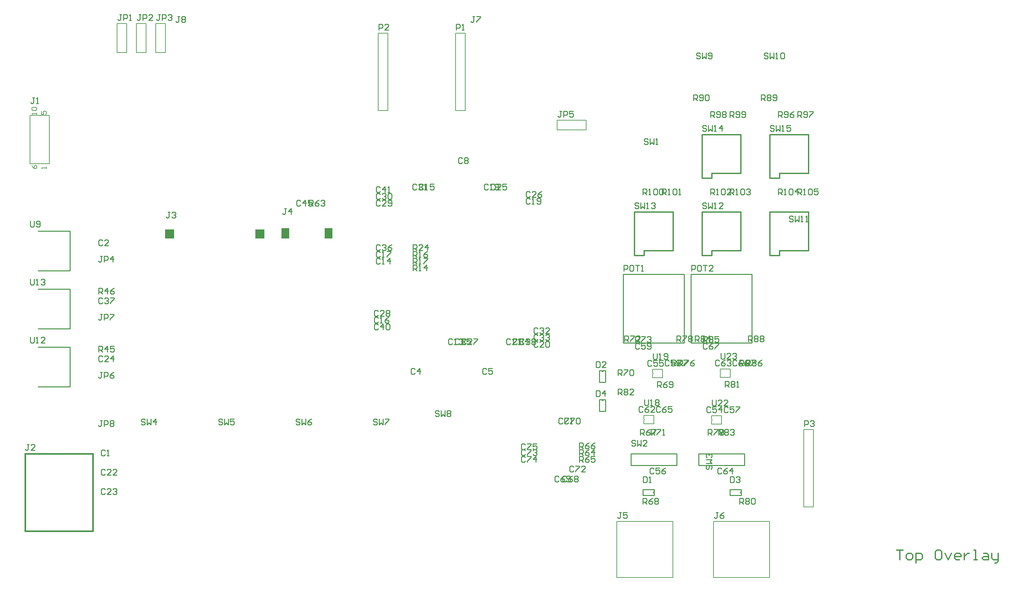
<source format=gto>
%FSLAX25Y25*%
%MOIN*%
G70*
G01*
G75*
G04 Layer_Color=65535*
%ADD10R,0.03150X0.03543*%
%ADD11R,0.01969X0.03937*%
%ADD12O,0.01969X0.03937*%
%ADD13R,0.03543X0.03150*%
%ADD14R,0.04724X0.05512*%
%ADD15R,0.07480X0.06299*%
%ADD16O,0.01575X0.06299*%
%ADD17R,0.01575X0.06299*%
%ADD18R,0.01969X0.10630*%
%ADD19O,0.01969X0.10630*%
%ADD20R,0.08500X0.04200*%
%ADD21R,0.07500X0.42500*%
%ADD22R,0.20000X0.32500*%
%ADD23R,0.00787X0.04724*%
%ADD24O,0.00787X0.04724*%
%ADD25R,0.03937X0.01969*%
%ADD26O,0.03937X0.01969*%
%ADD27R,0.07480X0.11024*%
%ADD28C,0.00780*%
%ADD29C,0.02500*%
%ADD30C,0.01575*%
%ADD31C,0.01969*%
%ADD32C,0.00787*%
%ADD33C,0.01200*%
%ADD34C,0.03937*%
%ADD35C,0.06200*%
%ADD36C,0.07874*%
%ADD37C,0.17716*%
%ADD38R,0.05000X0.05000*%
%ADD39C,0.05000*%
%ADD40C,0.10000*%
%ADD41R,0.05906X0.05906*%
%ADD42C,0.05906*%
%ADD43C,0.11000*%
%ADD44C,0.05500*%
%ADD45R,0.05906X0.05906*%
%ADD46C,0.14000*%
%ADD47R,0.05000X0.05000*%
%ADD48C,0.08000*%
%ADD49C,0.07000*%
%ADD50R,0.08000X0.08000*%
%ADD51C,0.04331*%
%ADD52C,0.06299*%
%ADD53C,0.03000*%
%ADD54O,0.01181X0.03937*%
%ADD55R,0.01181X0.03937*%
%ADD56O,0.03150X0.00984*%
%ADD57R,0.03150X0.00984*%
%ADD58R,0.00984X0.03150*%
%ADD59O,0.07480X0.01181*%
%ADD60R,2.00000X0.06000*%
%ADD61O,0.10000X0.01181*%
%ADD62O,0.01181X0.10000*%
%ADD63O,0.01181X0.07480*%
%ADD64O,0.01772X0.05709*%
%ADD65R,0.01772X0.05709*%
%ADD66O,0.01575X0.03937*%
%ADD67R,0.01575X0.03937*%
%ADD68O,0.08000X0.02400*%
%ADD69C,0.02400*%
%ADD70C,0.01181*%
%ADD71C,0.01772*%
%ADD72C,0.00984*%
%ADD73C,0.01000*%
%ADD74C,0.00800*%
%ADD75C,0.01500*%
%ADD76R,0.08268X0.11024*%
%ADD77R,0.09449X0.09449*%
%ADD78R,0.09449X0.09449*%
D32*
X1910295Y810935D02*
G03*
X1910295Y809065I0J-935D01*
G01*
X2000295Y810935D02*
G03*
X2000295Y809065I0J-935D01*
G01*
X1908784Y932360D02*
G03*
X1908784Y933640I0J640D01*
G01*
X1978720Y932628D02*
G03*
X1978720Y933908I0J640D01*
G01*
X1899721Y884628D02*
G03*
X1899721Y885907I0J640D01*
G01*
X1969784Y884360D02*
G03*
X1969784Y885640I0J640D01*
G01*
X1856014Y905856D02*
G03*
X1857884Y905856I935J0D01*
G01*
X1856014Y935856D02*
G03*
X1857884Y935856I935J0D01*
G01*
X1910295Y809075D02*
Y810935D01*
Y809065D02*
Y810925D01*
X2000295Y809075D02*
Y810935D01*
Y809065D02*
Y810925D01*
X1913902Y928610D02*
X1919020D01*
X1908783D02*
X1913902D01*
X1919020D02*
Y937331D01*
X1908783D02*
X1919020D01*
X1908783Y933640D02*
Y937331D01*
Y928610D02*
Y932360D01*
X1983839Y928878D02*
X1988957D01*
X1978720D02*
X1983839D01*
X1988957D02*
Y937598D01*
X1978720D02*
X1988957D01*
X1978720Y933907D02*
Y937598D01*
Y928878D02*
Y932628D01*
X2065000Y875000D02*
X2075000D01*
Y795000D02*
Y875000D01*
X2065000Y795000D02*
X2075000D01*
X2065000D02*
Y875000D01*
X1265000Y1150000D02*
Y1200000D01*
X1285000D01*
Y1150000D02*
Y1200000D01*
X1265000Y1150000D02*
X1285000D01*
X1840000Y1185000D02*
Y1195000D01*
X1810000Y1185000D02*
X1840000D01*
X1810000D02*
Y1195000D01*
X1840000D01*
X1635000Y1205000D02*
Y1285000D01*
X1625000D02*
X1635000D01*
X1625000Y1205000D02*
Y1285000D01*
Y1205000D02*
X1635000D01*
X1355000Y1265000D02*
X1365000D01*
X1355000D02*
Y1295000D01*
X1365000D01*
Y1265000D02*
Y1295000D01*
X1375000Y1265000D02*
X1385000D01*
X1375000D02*
Y1295000D01*
X1385000D01*
Y1265000D02*
Y1295000D01*
X1395000Y1265000D02*
X1405000D01*
X1395000D02*
Y1295000D01*
X1405000D01*
Y1265000D02*
Y1295000D01*
X1715000Y1205000D02*
Y1285000D01*
X1705000D02*
X1715000D01*
X1705000Y1205000D02*
Y1285000D01*
Y1205000D02*
X1715000D01*
X1904839Y880878D02*
X1909957D01*
X1899720D02*
X1904839D01*
X1909957D02*
Y889598D01*
X1899720D02*
X1909957D01*
X1899720Y885907D02*
Y889598D01*
Y880878D02*
Y884628D01*
X1974902Y880610D02*
X1980020D01*
X1969783D02*
X1974902D01*
X1980020D02*
Y889331D01*
X1969783D02*
X1980020D01*
X1969783Y885640D02*
Y889331D01*
Y880610D02*
Y884360D01*
X1856014Y905856D02*
X1857874D01*
X1856024D02*
X1857884D01*
X1856014Y935856D02*
X1857874D01*
X1856024D02*
X1857884D01*
D33*
X2040000Y1060000D02*
X2070000D01*
X2030000Y1055000D02*
X2040000D01*
X2030000Y1100000D02*
X2070000D01*
Y1060000D02*
Y1100000D01*
X2040000Y1055000D02*
Y1060000D01*
X2030000Y1055000D02*
Y1100000D01*
Y1135000D02*
Y1180000D01*
X2040000Y1135000D02*
Y1140000D01*
X2070000D02*
Y1180000D01*
X2030000D02*
X2070000D01*
X2030000Y1135000D02*
X2040000D01*
Y1140000D02*
X2070000D01*
X1960000Y1135000D02*
Y1180000D01*
X1970000Y1135000D02*
Y1140000D01*
X2000000D02*
Y1180000D01*
X1960000D02*
X2000000D01*
X1960000Y1135000D02*
X1970000D01*
Y1140000D02*
X2000000D01*
X1890000Y1055000D02*
Y1100000D01*
X1900000Y1055000D02*
Y1060000D01*
X1930000D02*
Y1100000D01*
X1890000D02*
X1930000D01*
X1890000Y1055000D02*
X1900000D01*
Y1060000D02*
X1930000D01*
X1960000Y1055000D02*
Y1100000D01*
X1970000Y1055000D02*
Y1060000D01*
X2000000D02*
Y1100000D01*
X1960000D02*
X2000000D01*
X1960000Y1055000D02*
X1970000D01*
Y1060000D02*
X2000000D01*
X2161000Y750497D02*
X2167665D01*
X2164332D01*
Y740500D01*
X2172663D02*
X2175995D01*
X2177661Y742166D01*
Y745498D01*
X2175995Y747164D01*
X2172663D01*
X2170997Y745498D01*
Y742166D01*
X2172663Y740500D01*
X2180993Y737168D02*
Y747164D01*
X2185992D01*
X2187658Y745498D01*
Y742166D01*
X2185992Y740500D01*
X2180993D01*
X2205985Y750497D02*
X2202653D01*
X2200987Y748831D01*
Y742166D01*
X2202653Y740500D01*
X2205985D01*
X2207652Y742166D01*
Y748831D01*
X2205985Y750497D01*
X2210984Y747164D02*
X2214316Y740500D01*
X2217648Y747164D01*
X2225979Y740500D02*
X2222647D01*
X2220981Y742166D01*
Y745498D01*
X2222647Y747164D01*
X2225979D01*
X2227645Y745498D01*
Y743832D01*
X2220981D01*
X2230977Y747164D02*
Y740500D01*
Y743832D01*
X2232644Y745498D01*
X2234310Y747164D01*
X2235976D01*
X2240974Y740500D02*
X2244306D01*
X2242640D01*
Y750497D01*
X2240974D01*
X2250971Y747164D02*
X2254303D01*
X2255969Y745498D01*
Y740500D01*
X2250971D01*
X2249305Y742166D01*
X2250971Y743832D01*
X2255969D01*
X2259302Y747164D02*
Y742166D01*
X2260968Y740500D01*
X2265966D01*
Y738834D01*
X2264300Y737168D01*
X2262634D01*
X2265966Y740500D02*
Y747164D01*
D73*
X1910295Y806949D02*
Y809065D01*
X1898583Y806949D02*
X1910295D01*
X1898583D02*
Y813150D01*
X1910394D01*
X1910295Y813051D02*
X1910394Y813150D01*
Y807047D02*
Y813150D01*
X2000295Y806949D02*
Y809065D01*
X1988583Y806949D02*
X2000295D01*
X1988583D02*
Y813150D01*
X2000394D01*
X2000295Y813051D02*
X2000394Y813150D01*
Y807047D02*
Y813150D01*
X1980000Y838094D02*
X2003622D01*
Y849906D01*
X1956378D02*
X2003622D01*
X1956378Y838094D02*
Y849906D01*
Y838094D02*
X1980000D01*
X1878504Y1035591D02*
X1910000D01*
X1878504Y964724D02*
Y1035591D01*
Y964724D02*
X1941496D01*
Y1035591D01*
X1910000D02*
X1941496D01*
X1948504D02*
X1980000D01*
X1948504Y964724D02*
Y1035591D01*
Y964724D02*
X2011496D01*
Y1035591D01*
X1980000D02*
X2011496D01*
X1306500Y1039500D02*
Y1080500D01*
X1273500Y1039500D02*
X1306500D01*
X1273500Y1080500D02*
X1306500D01*
Y919500D02*
Y960500D01*
X1273500Y919500D02*
X1306500D01*
X1273500Y960500D02*
X1306500D01*
Y979500D02*
Y1020500D01*
X1273500Y979500D02*
X1306500D01*
X1273500Y1020500D02*
X1306500D01*
X1857884Y905856D02*
X1860000D01*
Y894144D02*
Y905856D01*
X1853799Y894144D02*
X1860000D01*
X1853799D02*
Y905955D01*
X1853898Y905856D01*
X1853799Y905955D02*
X1859902D01*
X1857884Y935856D02*
X1860000D01*
Y924144D02*
Y935856D01*
X1853799Y924144D02*
X1860000D01*
X1853799D02*
Y935955D01*
X1853898Y935856D01*
X1853799Y935955D02*
X1859902D01*
X1886378Y838094D02*
X1910000D01*
X1886378D02*
Y849906D01*
X1933622D01*
Y838094D02*
Y849906D01*
X1910000Y838094D02*
X1933622D01*
X1544699Y1111398D02*
X1543699Y1112398D01*
X1541700D01*
X1540700Y1111398D01*
Y1107400D01*
X1541700Y1106400D01*
X1543699D01*
X1544699Y1107400D01*
X1549697Y1106400D02*
Y1112398D01*
X1546698Y1109399D01*
X1550697D01*
X1556695Y1112398D02*
X1552696D01*
Y1109399D01*
X1554696Y1110399D01*
X1555695D01*
X1556695Y1109399D01*
Y1107400D01*
X1555695Y1106400D01*
X1553696D01*
X1552696Y1107400D01*
X1553700Y1106400D02*
Y1112398D01*
X1556699D01*
X1557699Y1111398D01*
Y1109399D01*
X1556699Y1108399D01*
X1553700D01*
X1555699D02*
X1557699Y1106400D01*
X1563697Y1112398D02*
X1561697Y1111398D01*
X1559698Y1109399D01*
Y1107400D01*
X1560698Y1106400D01*
X1562697D01*
X1563697Y1107400D01*
Y1108399D01*
X1562697Y1109399D01*
X1559698D01*
X1565696Y1111398D02*
X1566696Y1112398D01*
X1568695D01*
X1569695Y1111398D01*
Y1110399D01*
X1568695Y1109399D01*
X1567696D01*
X1568695D01*
X1569695Y1108399D01*
Y1107400D01*
X1568695Y1106400D01*
X1566696D01*
X1565696Y1107400D01*
X1661100Y1053400D02*
Y1059398D01*
X1664099D01*
X1665099Y1058398D01*
Y1056399D01*
X1664099Y1055399D01*
X1661100D01*
X1663099D02*
X1665099Y1053400D01*
X1667098D02*
X1669097D01*
X1668098D01*
Y1059398D01*
X1667098Y1058398D01*
X1676095Y1059398D02*
X1674096Y1058398D01*
X1672096Y1056399D01*
Y1054400D01*
X1673096Y1053400D01*
X1675096D01*
X1676095Y1054400D01*
Y1055399D01*
X1675096Y1056399D01*
X1672096D01*
X1661100Y1046400D02*
Y1052398D01*
X1664099D01*
X1665099Y1051398D01*
Y1049399D01*
X1664099Y1048399D01*
X1661100D01*
X1663099D02*
X1665099Y1046400D01*
X1667098D02*
X1669097D01*
X1668098D01*
Y1052398D01*
X1667098Y1051398D01*
X1672096Y1052398D02*
X1676095D01*
Y1051398D01*
X1672096Y1047400D01*
Y1046400D01*
X1661100Y1060400D02*
Y1066398D01*
X1664099D01*
X1665099Y1065398D01*
Y1063399D01*
X1664099Y1062399D01*
X1661100D01*
X1663099D02*
X1665099Y1060400D01*
X1671097D02*
X1667098D01*
X1671097Y1064399D01*
Y1065398D01*
X1670097Y1066398D01*
X1668098D01*
X1667098Y1065398D01*
X1676095Y1060400D02*
Y1066398D01*
X1673096Y1063399D01*
X1677095D01*
X1661100Y1039400D02*
Y1045398D01*
X1664099D01*
X1665099Y1044398D01*
Y1042399D01*
X1664099Y1041399D01*
X1661100D01*
X1663099D02*
X1665099Y1039400D01*
X1667098D02*
X1669097D01*
X1668098D01*
Y1045398D01*
X1667098Y1044398D01*
X1675096Y1039400D02*
Y1045398D01*
X1672096Y1042399D01*
X1676095D01*
X2007650Y965950D02*
Y971948D01*
X2010649D01*
X2011649Y970948D01*
Y968949D01*
X2010649Y967949D01*
X2007650D01*
X2009649D02*
X2011649Y965950D01*
X2013648Y970948D02*
X2014648Y971948D01*
X2016647D01*
X2017647Y970948D01*
Y969949D01*
X2016647Y968949D01*
X2017647Y967949D01*
Y966950D01*
X2016647Y965950D01*
X2014648D01*
X2013648Y966950D01*
Y967949D01*
X2014648Y968949D01*
X2013648Y969949D01*
Y970948D01*
X2014648Y968949D02*
X2016647D01*
X2019646Y970948D02*
X2020646Y971948D01*
X2022645D01*
X2023645Y970948D01*
Y969949D01*
X2022645Y968949D01*
X2023645Y967949D01*
Y966950D01*
X2022645Y965950D01*
X2020646D01*
X2019646Y966950D01*
Y967949D01*
X2020646Y968949D01*
X2019646Y969949D01*
Y970948D01*
X2020646Y968949D02*
X2022645D01*
X1952650Y965950D02*
Y971948D01*
X1955649D01*
X1956649Y970948D01*
Y968949D01*
X1955649Y967949D01*
X1952650D01*
X1954649D02*
X1956649Y965950D01*
X1958648Y970948D02*
X1959648Y971948D01*
X1961647D01*
X1962647Y970948D01*
Y969949D01*
X1961647Y968949D01*
X1962647Y967949D01*
Y966950D01*
X1961647Y965950D01*
X1959648D01*
X1958648Y966950D01*
Y967949D01*
X1959648Y968949D01*
X1958648Y969949D01*
Y970948D01*
X1959648Y968949D02*
X1961647D01*
X1967645Y965950D02*
Y971948D01*
X1964646Y968949D01*
X1968645D01*
X1933650Y965950D02*
Y971948D01*
X1936649D01*
X1937649Y970948D01*
Y968949D01*
X1936649Y967949D01*
X1933650D01*
X1935649D02*
X1937649Y965950D01*
X1939648Y971948D02*
X1943647D01*
Y970948D01*
X1939648Y966950D01*
Y965950D01*
X1945646Y970948D02*
X1946646Y971948D01*
X1948645D01*
X1949645Y970948D01*
Y969949D01*
X1948645Y968949D01*
X1949645Y967949D01*
Y966950D01*
X1948645Y965950D01*
X1946646D01*
X1945646Y966950D01*
Y967949D01*
X1946646Y968949D01*
X1945646Y969949D01*
Y970948D01*
X1946646Y968949D02*
X1948645D01*
X1879650Y965950D02*
Y971948D01*
X1882649D01*
X1883649Y970948D01*
Y968949D01*
X1882649Y967949D01*
X1879650D01*
X1881649D02*
X1883649Y965950D01*
X1885648Y971948D02*
X1889647D01*
Y970948D01*
X1885648Y966950D01*
Y965950D01*
X1895645D02*
X1891646D01*
X1895645Y969949D01*
Y970948D01*
X1894645Y971948D01*
X1892646D01*
X1891646Y970948D01*
X1979350Y954048D02*
Y949050D01*
X1980350Y948050D01*
X1982349D01*
X1983349Y949050D01*
Y954048D01*
X1989347Y948050D02*
X1985348D01*
X1989347Y952049D01*
Y953048D01*
X1988347Y954048D01*
X1986348D01*
X1985348Y953048D01*
X1991346D02*
X1992346Y954048D01*
X1994345D01*
X1995345Y953048D01*
Y952049D01*
X1994345Y951049D01*
X1993345D01*
X1994345D01*
X1995345Y950049D01*
Y949050D01*
X1994345Y948050D01*
X1992346D01*
X1991346Y949050D01*
X1970363Y905830D02*
Y900832D01*
X1971363Y899832D01*
X1973362D01*
X1974362Y900832D01*
Y905830D01*
X1980360Y899832D02*
X1976361D01*
X1980360Y903831D01*
Y904831D01*
X1979360Y905830D01*
X1977361D01*
X1976361Y904831D01*
X1986358Y899832D02*
X1982359D01*
X1986358Y903831D01*
Y904831D01*
X1985358Y905830D01*
X1983359D01*
X1982359Y904831D01*
X1909413Y953780D02*
Y948782D01*
X1910413Y947782D01*
X1912412D01*
X1913412Y948782D01*
Y953780D01*
X1915411Y947782D02*
X1917410D01*
X1916411D01*
Y953780D01*
X1915411Y952781D01*
X1920409Y948782D02*
X1921409Y947782D01*
X1923409D01*
X1924408Y948782D01*
Y952781D01*
X1923409Y953780D01*
X1921409D01*
X1920409Y952781D01*
Y951781D01*
X1921409Y950781D01*
X1924408D01*
X1965002Y837999D02*
X1964002Y836999D01*
Y835000D01*
X1965002Y834000D01*
X1966001D01*
X1967001Y835000D01*
Y836999D01*
X1968001Y837999D01*
X1969000D01*
X1970000Y836999D01*
Y835000D01*
X1969000Y834000D01*
X1964002Y839998D02*
X1970000D01*
X1968001Y841997D01*
X1970000Y843997D01*
X1964002D01*
X1965002Y845996D02*
X1964002Y846996D01*
Y848995D01*
X1965002Y849995D01*
X1966001D01*
X1967001Y848995D01*
Y847995D01*
Y848995D01*
X1968001Y849995D01*
X1969000D01*
X1970000Y848995D01*
Y846996D01*
X1969000Y845996D01*
X1903999Y1174998D02*
X1902999Y1175998D01*
X1901000D01*
X1900000Y1174998D01*
Y1173999D01*
X1901000Y1172999D01*
X1902999D01*
X1903999Y1171999D01*
Y1171000D01*
X1902999Y1170000D01*
X1901000D01*
X1900000Y1171000D01*
X1905998Y1175998D02*
Y1170000D01*
X1907997Y1171999D01*
X1909997Y1170000D01*
Y1175998D01*
X1911996Y1170000D02*
X1913996D01*
X1912996D01*
Y1175998D01*
X1911996Y1174998D01*
X2058600Y1117900D02*
Y1123898D01*
X2061599D01*
X2062599Y1122898D01*
Y1120899D01*
X2061599Y1119899D01*
X2058600D01*
X2060599D02*
X2062599Y1117900D01*
X2064598D02*
X2066597D01*
X2065598D01*
Y1123898D01*
X2064598Y1122898D01*
X2069596D02*
X2070596Y1123898D01*
X2072595D01*
X2073595Y1122898D01*
Y1118900D01*
X2072595Y1117900D01*
X2070596D01*
X2069596Y1118900D01*
Y1122898D01*
X2079593Y1123898D02*
X2075595D01*
Y1120899D01*
X2077594Y1121899D01*
X2078593D01*
X2079593Y1120899D01*
Y1118900D01*
X2078593Y1117900D01*
X2076594D01*
X2075595Y1118900D01*
X2038600Y1117900D02*
Y1123898D01*
X2041599D01*
X2042599Y1122898D01*
Y1120899D01*
X2041599Y1119899D01*
X2038600D01*
X2040599D02*
X2042599Y1117900D01*
X2044598D02*
X2046597D01*
X2045598D01*
Y1123898D01*
X2044598Y1122898D01*
X2049596D02*
X2050596Y1123898D01*
X2052596D01*
X2053595Y1122898D01*
Y1118900D01*
X2052596Y1117900D01*
X2050596D01*
X2049596Y1118900D01*
Y1122898D01*
X2058594Y1117900D02*
Y1123898D01*
X2055594Y1120899D01*
X2059593D01*
X1988600Y1117900D02*
Y1123898D01*
X1991599D01*
X1992599Y1122898D01*
Y1120899D01*
X1991599Y1119899D01*
X1988600D01*
X1990599D02*
X1992599Y1117900D01*
X1994598D02*
X1996597D01*
X1995598D01*
Y1123898D01*
X1994598Y1122898D01*
X1999596D02*
X2000596Y1123898D01*
X2002596D01*
X2003595Y1122898D01*
Y1118900D01*
X2002596Y1117900D01*
X2000596D01*
X1999596Y1118900D01*
Y1122898D01*
X2005594D02*
X2006594Y1123898D01*
X2008594D01*
X2009593Y1122898D01*
Y1121899D01*
X2008594Y1120899D01*
X2007594D01*
X2008594D01*
X2009593Y1119899D01*
Y1118900D01*
X2008594Y1117900D01*
X2006594D01*
X2005594Y1118900D01*
X1968600Y1117900D02*
Y1123898D01*
X1971599D01*
X1972599Y1122898D01*
Y1120899D01*
X1971599Y1119899D01*
X1968600D01*
X1970599D02*
X1972599Y1117900D01*
X1974598D02*
X1976597D01*
X1975598D01*
Y1123898D01*
X1974598Y1122898D01*
X1979596D02*
X1980596Y1123898D01*
X1982595D01*
X1983595Y1122898D01*
Y1118900D01*
X1982595Y1117900D01*
X1980596D01*
X1979596Y1118900D01*
Y1122898D01*
X1989593Y1117900D02*
X1985595D01*
X1989593Y1121899D01*
Y1122898D01*
X1988593Y1123898D01*
X1986594D01*
X1985595Y1122898D01*
X1918600Y1117900D02*
Y1123898D01*
X1921599D01*
X1922599Y1122898D01*
Y1120899D01*
X1921599Y1119899D01*
X1918600D01*
X1920599D02*
X1922599Y1117900D01*
X1924598D02*
X1926597D01*
X1925598D01*
Y1123898D01*
X1924598Y1122898D01*
X1929596D02*
X1930596Y1123898D01*
X1932595D01*
X1933595Y1122898D01*
Y1118900D01*
X1932595Y1117900D01*
X1930596D01*
X1929596Y1118900D01*
Y1122898D01*
X1935595Y1117900D02*
X1937594D01*
X1936594D01*
Y1123898D01*
X1935595Y1122898D01*
X1898600Y1117900D02*
Y1123898D01*
X1901599D01*
X1902599Y1122898D01*
Y1120899D01*
X1901599Y1119899D01*
X1898600D01*
X1900599D02*
X1902599Y1117900D01*
X1904598D02*
X1906597D01*
X1905598D01*
Y1123898D01*
X1904598Y1122898D01*
X1909596D02*
X1910596Y1123898D01*
X1912596D01*
X1913595Y1122898D01*
Y1118900D01*
X1912596Y1117900D01*
X1910596D01*
X1909596Y1118900D01*
Y1122898D01*
X1915594D02*
X1916594Y1123898D01*
X1918593D01*
X1919593Y1122898D01*
Y1118900D01*
X1918593Y1117900D01*
X1916594D01*
X1915594Y1118900D01*
Y1122898D01*
X1988600Y1197900D02*
Y1203898D01*
X1991599D01*
X1992599Y1202898D01*
Y1200899D01*
X1991599Y1199899D01*
X1988600D01*
X1990599D02*
X1992599Y1197900D01*
X1994598Y1198900D02*
X1995598Y1197900D01*
X1997597D01*
X1998597Y1198900D01*
Y1202898D01*
X1997597Y1203898D01*
X1995598D01*
X1994598Y1202898D01*
Y1201899D01*
X1995598Y1200899D01*
X1998597D01*
X2000596Y1198900D02*
X2001596Y1197900D01*
X2003595D01*
X2004595Y1198900D01*
Y1202898D01*
X2003595Y1203898D01*
X2001596D01*
X2000596Y1202898D01*
Y1201899D01*
X2001596Y1200899D01*
X2004595D01*
X1968600Y1197900D02*
Y1203898D01*
X1971599D01*
X1972599Y1202898D01*
Y1200899D01*
X1971599Y1199899D01*
X1968600D01*
X1970599D02*
X1972599Y1197900D01*
X1974598Y1198900D02*
X1975598Y1197900D01*
X1977597D01*
X1978597Y1198900D01*
Y1202898D01*
X1977597Y1203898D01*
X1975598D01*
X1974598Y1202898D01*
Y1201899D01*
X1975598Y1200899D01*
X1978597D01*
X1980596Y1202898D02*
X1981596Y1203898D01*
X1983595D01*
X1984595Y1202898D01*
Y1201899D01*
X1983595Y1200899D01*
X1984595Y1199899D01*
Y1198900D01*
X1983595Y1197900D01*
X1981596D01*
X1980596Y1198900D01*
Y1199899D01*
X1981596Y1200899D01*
X1980596Y1201899D01*
Y1202898D01*
X1981596Y1200899D02*
X1983595D01*
X2058600Y1197900D02*
Y1203898D01*
X2061599D01*
X2062599Y1202898D01*
Y1200899D01*
X2061599Y1199899D01*
X2058600D01*
X2060599D02*
X2062599Y1197900D01*
X2064598Y1198900D02*
X2065598Y1197900D01*
X2067597D01*
X2068597Y1198900D01*
Y1202898D01*
X2067597Y1203898D01*
X2065598D01*
X2064598Y1202898D01*
Y1201899D01*
X2065598Y1200899D01*
X2068597D01*
X2070596Y1203898D02*
X2074595D01*
Y1202898D01*
X2070596Y1198900D01*
Y1197900D01*
X2038600D02*
Y1203898D01*
X2041599D01*
X2042599Y1202898D01*
Y1200899D01*
X2041599Y1199899D01*
X2038600D01*
X2040599D02*
X2042599Y1197900D01*
X2044598Y1198900D02*
X2045598Y1197900D01*
X2047597D01*
X2048597Y1198900D01*
Y1202898D01*
X2047597Y1203898D01*
X2045598D01*
X2044598Y1202898D01*
Y1201899D01*
X2045598Y1200899D01*
X2048597D01*
X2054595Y1203898D02*
X2052596Y1202898D01*
X2050596Y1200899D01*
Y1198900D01*
X2051596Y1197900D01*
X2053595D01*
X2054595Y1198900D01*
Y1199899D01*
X2053595Y1200899D01*
X2050596D01*
X1949000Y1039100D02*
Y1045098D01*
X1951999D01*
X1952999Y1044098D01*
Y1042099D01*
X1951999Y1041099D01*
X1949000D01*
X1957997Y1045098D02*
X1955998D01*
X1954998Y1044098D01*
Y1040100D01*
X1955998Y1039100D01*
X1957997D01*
X1958997Y1040100D01*
Y1044098D01*
X1957997Y1045098D01*
X1960996D02*
X1964995D01*
X1962996D01*
Y1039100D01*
X1970993D02*
X1966994D01*
X1970993Y1043099D01*
Y1044098D01*
X1969993Y1045098D01*
X1967994D01*
X1966994Y1044098D01*
X1879000Y1039100D02*
Y1045098D01*
X1881999D01*
X1882999Y1044098D01*
Y1042099D01*
X1881999Y1041099D01*
X1879000D01*
X1887997Y1045098D02*
X1885998D01*
X1884998Y1044098D01*
Y1040100D01*
X1885998Y1039100D01*
X1887997D01*
X1888997Y1040100D01*
Y1044098D01*
X1887997Y1045098D01*
X1890996D02*
X1894995D01*
X1892995D01*
Y1039100D01*
X1896994D02*
X1898993D01*
X1897994D01*
Y1045098D01*
X1896994Y1044098D01*
X1777099Y859398D02*
X1776099Y860398D01*
X1774100D01*
X1773100Y859398D01*
Y855400D01*
X1774100Y854400D01*
X1776099D01*
X1777099Y855400D01*
X1779098Y860398D02*
X1783097D01*
Y859398D01*
X1779098Y855400D01*
Y854400D01*
X1789095Y860398D02*
X1785096D01*
Y857399D01*
X1787095Y858399D01*
X1788095D01*
X1789095Y857399D01*
Y855400D01*
X1788095Y854400D01*
X1786096D01*
X1785096Y855400D01*
X1777099Y846398D02*
X1776099Y847398D01*
X1774100D01*
X1773100Y846398D01*
Y842400D01*
X1774100Y841400D01*
X1776099D01*
X1777099Y842400D01*
X1779098Y847398D02*
X1783097D01*
Y846398D01*
X1779098Y842400D01*
Y841400D01*
X1788095D02*
Y847398D01*
X1785096Y844399D01*
X1789095D01*
X1777099Y853398D02*
X1776099Y854398D01*
X1774100D01*
X1773100Y853398D01*
Y849400D01*
X1774100Y848400D01*
X1776099D01*
X1777099Y849400D01*
X1779098Y854398D02*
X1783097D01*
Y853398D01*
X1779098Y849400D01*
Y848400D01*
X1785096Y853398D02*
X1786096Y854398D01*
X1788095D01*
X1789095Y853398D01*
Y852399D01*
X1788095Y851399D01*
X1787095D01*
X1788095D01*
X1789095Y850399D01*
Y849400D01*
X1788095Y848400D01*
X1786096D01*
X1785096Y849400D01*
X1827099Y836398D02*
X1826099Y837398D01*
X1824100D01*
X1823100Y836398D01*
Y832400D01*
X1824100Y831400D01*
X1826099D01*
X1827099Y832400D01*
X1829098Y837398D02*
X1833097D01*
Y836398D01*
X1829098Y832400D01*
Y831400D01*
X1839095D02*
X1835096D01*
X1839095Y835399D01*
Y836398D01*
X1838095Y837398D01*
X1836096D01*
X1835096Y836398D01*
X1815599Y885898D02*
X1814599Y886898D01*
X1812600D01*
X1811600Y885898D01*
Y881900D01*
X1812600Y880900D01*
X1814599D01*
X1815599Y881900D01*
X1817598Y886898D02*
X1821597D01*
Y885898D01*
X1817598Y881900D01*
Y880900D01*
X1823596D02*
X1825595D01*
X1824596D01*
Y886898D01*
X1823596Y885898D01*
X1821599D02*
X1820599Y886898D01*
X1818600D01*
X1817600Y885898D01*
Y881900D01*
X1818600Y880900D01*
X1820599D01*
X1821599Y881900D01*
X1823598Y886898D02*
X1827597D01*
Y885898D01*
X1823598Y881900D01*
Y880900D01*
X1829596Y885898D02*
X1830596Y886898D01*
X1832595D01*
X1833595Y885898D01*
Y881900D01*
X1832595Y880900D01*
X1830596D01*
X1829596Y881900D01*
Y885898D01*
X1811599Y825898D02*
X1810599Y826898D01*
X1808600D01*
X1807600Y825898D01*
Y821900D01*
X1808600Y820900D01*
X1810599D01*
X1811599Y821900D01*
X1817597Y826898D02*
X1815597Y825898D01*
X1813598Y823899D01*
Y821900D01*
X1814598Y820900D01*
X1816597D01*
X1817597Y821900D01*
Y822899D01*
X1816597Y823899D01*
X1813598D01*
X1819596Y821900D02*
X1820596Y820900D01*
X1822595D01*
X1823595Y821900D01*
Y825898D01*
X1822595Y826898D01*
X1820596D01*
X1819596Y825898D01*
Y824899D01*
X1820596Y823899D01*
X1823595D01*
X1819599Y825898D02*
X1818599Y826898D01*
X1816600D01*
X1815600Y825898D01*
Y821900D01*
X1816600Y820900D01*
X1818599D01*
X1819599Y821900D01*
X1825597Y826898D02*
X1823597Y825898D01*
X1821598Y823899D01*
Y821900D01*
X1822598Y820900D01*
X1824597D01*
X1825597Y821900D01*
Y822899D01*
X1824597Y823899D01*
X1821598D01*
X1827596Y825898D02*
X1828596Y826898D01*
X1830595D01*
X1831595Y825898D01*
Y824899D01*
X1830595Y823899D01*
X1831595Y822899D01*
Y821900D01*
X1830595Y820900D01*
X1828596D01*
X1827596Y821900D01*
Y822899D01*
X1828596Y823899D01*
X1827596Y824899D01*
Y825898D01*
X1828596Y823899D02*
X1830595D01*
X1965099Y963398D02*
X1964099Y964398D01*
X1962100D01*
X1961100Y963398D01*
Y959400D01*
X1962100Y958400D01*
X1964099D01*
X1965099Y959400D01*
X1971097Y964398D02*
X1969097Y963398D01*
X1967098Y961399D01*
Y959400D01*
X1968098Y958400D01*
X1970097D01*
X1971097Y959400D01*
Y960399D01*
X1970097Y961399D01*
X1967098D01*
X1973096Y964398D02*
X1977095D01*
Y963398D01*
X1973096Y959400D01*
Y958400D01*
X1995599Y945898D02*
X1994599Y946898D01*
X1992600D01*
X1991600Y945898D01*
Y941900D01*
X1992600Y940900D01*
X1994599D01*
X1995599Y941900D01*
X2001597Y946898D02*
X1999597Y945898D01*
X1997598Y943899D01*
Y941900D01*
X1998598Y940900D01*
X2000597D01*
X2001597Y941900D01*
Y942899D01*
X2000597Y943899D01*
X1997598D01*
X2007595Y946898D02*
X2005596Y945898D01*
X2003596Y943899D01*
Y941900D01*
X2004596Y940900D01*
X2006595D01*
X2007595Y941900D01*
Y942899D01*
X2006595Y943899D01*
X2003596D01*
X1916599Y897898D02*
X1915599Y898898D01*
X1913600D01*
X1912600Y897898D01*
Y893900D01*
X1913600Y892900D01*
X1915599D01*
X1916599Y893900D01*
X1922597Y898898D02*
X1920597Y897898D01*
X1918598Y895899D01*
Y893900D01*
X1919598Y892900D01*
X1921597D01*
X1922597Y893900D01*
Y894899D01*
X1921597Y895899D01*
X1918598D01*
X1928595Y898898D02*
X1924596D01*
Y895899D01*
X1926595Y896899D01*
X1927595D01*
X1928595Y895899D01*
Y893900D01*
X1927595Y892900D01*
X1925596D01*
X1924596Y893900D01*
X1980099Y834398D02*
X1979099Y835398D01*
X1977100D01*
X1976100Y834398D01*
Y830400D01*
X1977100Y829400D01*
X1979099D01*
X1980099Y830400D01*
X1986097Y835398D02*
X1984097Y834398D01*
X1982098Y832399D01*
Y830400D01*
X1983098Y829400D01*
X1985097D01*
X1986097Y830400D01*
Y831399D01*
X1985097Y832399D01*
X1982098D01*
X1991095Y829400D02*
Y835398D01*
X1988096Y832399D01*
X1992095D01*
X1977649Y945948D02*
X1976649Y946948D01*
X1974650D01*
X1973650Y945948D01*
Y941950D01*
X1974650Y940950D01*
X1976649D01*
X1977649Y941950D01*
X1983647Y946948D02*
X1981647Y945948D01*
X1979648Y943949D01*
Y941950D01*
X1980648Y940950D01*
X1982647D01*
X1983647Y941950D01*
Y942949D01*
X1982647Y943949D01*
X1979648D01*
X1985646Y945948D02*
X1986646Y946948D01*
X1988645D01*
X1989645Y945948D01*
Y944949D01*
X1988645Y943949D01*
X1987646D01*
X1988645D01*
X1989645Y942949D01*
Y941950D01*
X1988645Y940950D01*
X1986646D01*
X1985646Y941950D01*
X1898599Y897898D02*
X1897599Y898898D01*
X1895600D01*
X1894600Y897898D01*
Y893900D01*
X1895600Y892900D01*
X1897599D01*
X1898599Y893900D01*
X1904597Y898898D02*
X1902597Y897898D01*
X1900598Y895899D01*
Y893900D01*
X1901598Y892900D01*
X1903597D01*
X1904597Y893900D01*
Y894899D01*
X1903597Y895899D01*
X1900598D01*
X1910595Y892900D02*
X1906596D01*
X1910595Y896899D01*
Y897898D01*
X1909595Y898898D01*
X1907596D01*
X1906596Y897898D01*
X1724599Y1302398D02*
X1722599D01*
X1723599D01*
Y1297400D01*
X1722599Y1296400D01*
X1721600D01*
X1720600Y1297400D01*
X1726598Y1302398D02*
X1730597D01*
Y1301398D01*
X1726598Y1297400D01*
Y1296400D01*
X1339649Y884448D02*
X1337649D01*
X1338649D01*
Y879450D01*
X1337649Y878450D01*
X1336650D01*
X1335650Y879450D01*
X1341648Y878450D02*
Y884448D01*
X1344647D01*
X1345647Y883448D01*
Y881449D01*
X1344647Y880449D01*
X1341648D01*
X1347646Y883448D02*
X1348646Y884448D01*
X1350645D01*
X1351645Y883448D01*
Y882449D01*
X1350645Y881449D01*
X1351645Y880449D01*
Y879450D01*
X1350645Y878450D01*
X1348646D01*
X1347646Y879450D01*
Y880449D01*
X1348646Y881449D01*
X1347646Y882449D01*
Y883448D01*
X1348646Y881449D02*
X1350645D01*
X1339649Y994448D02*
X1337649D01*
X1338649D01*
Y989450D01*
X1337649Y988450D01*
X1336650D01*
X1335650Y989450D01*
X1341648Y988450D02*
Y994448D01*
X1344647D01*
X1345647Y993448D01*
Y991449D01*
X1344647Y990449D01*
X1341648D01*
X1347646Y994448D02*
X1351645D01*
Y993448D01*
X1347646Y989450D01*
Y988450D01*
X1339649Y934448D02*
X1337649D01*
X1338649D01*
Y929450D01*
X1337649Y928450D01*
X1336650D01*
X1335650Y929450D01*
X1341648Y928450D02*
Y934448D01*
X1344647D01*
X1345647Y933448D01*
Y931449D01*
X1344647Y930449D01*
X1341648D01*
X1351645Y934448D02*
X1349646Y933448D01*
X1347646Y931449D01*
Y929450D01*
X1348646Y928450D01*
X1350645D01*
X1351645Y929450D01*
Y930449D01*
X1350645Y931449D01*
X1347646D01*
X1339649Y1054448D02*
X1337649D01*
X1338649D01*
Y1049450D01*
X1337649Y1048450D01*
X1336650D01*
X1335650Y1049450D01*
X1341648Y1048450D02*
Y1054448D01*
X1344647D01*
X1345647Y1053448D01*
Y1051449D01*
X1344647Y1050449D01*
X1341648D01*
X1350645Y1048450D02*
Y1054448D01*
X1347646Y1051449D01*
X1351645D01*
X1873049Y930961D02*
Y936959D01*
X1876048D01*
X1877048Y935959D01*
Y933960D01*
X1876048Y932960D01*
X1873049D01*
X1875048D02*
X1877048Y930961D01*
X1879047Y936959D02*
X1883046D01*
Y935959D01*
X1879047Y931961D01*
Y930961D01*
X1885045Y935959D02*
X1886045Y936959D01*
X1888044D01*
X1889044Y935959D01*
Y931961D01*
X1888044Y930961D01*
X1886045D01*
X1885045Y931961D01*
Y935959D01*
X1913663Y918632D02*
Y924630D01*
X1916662D01*
X1917662Y923631D01*
Y921631D01*
X1916662Y920632D01*
X1913663D01*
X1915662D02*
X1917662Y918632D01*
X1923660Y924630D02*
X1921660Y923631D01*
X1919661Y921631D01*
Y919632D01*
X1920661Y918632D01*
X1922660D01*
X1923660Y919632D01*
Y920632D01*
X1922660Y921631D01*
X1919661D01*
X1925659Y919632D02*
X1926659Y918632D01*
X1928658D01*
X1929658Y919632D01*
Y923631D01*
X1928658Y924630D01*
X1926659D01*
X1925659Y923631D01*
Y922631D01*
X1926659Y921631D01*
X1929658D01*
X1898600Y797900D02*
Y803898D01*
X1901599D01*
X1902599Y802898D01*
Y800899D01*
X1901599Y799899D01*
X1898600D01*
X1900599D02*
X1902599Y797900D01*
X1908597Y803898D02*
X1906597Y802898D01*
X1904598Y800899D01*
Y798900D01*
X1905598Y797900D01*
X1907597D01*
X1908597Y798900D01*
Y799899D01*
X1907597Y800899D01*
X1904598D01*
X1910596Y802898D02*
X1911596Y803898D01*
X1913595D01*
X1914595Y802898D01*
Y801899D01*
X1913595Y800899D01*
X1914595Y799899D01*
Y798900D01*
X1913595Y797900D01*
X1911596D01*
X1910596Y798900D01*
Y799899D01*
X1911596Y800899D01*
X1910596Y801899D01*
Y802898D01*
X1911596Y800899D02*
X1913595D01*
X1896100Y869400D02*
Y875398D01*
X1899099D01*
X1900099Y874398D01*
Y872399D01*
X1899099Y871399D01*
X1896100D01*
X1898099D02*
X1900099Y869400D01*
X1906097Y875398D02*
X1904097Y874398D01*
X1902098Y872399D01*
Y870400D01*
X1903098Y869400D01*
X1905097D01*
X1906097Y870400D01*
Y871399D01*
X1905097Y872399D01*
X1902098D01*
X1908096Y875398D02*
X1912095D01*
Y874398D01*
X1908096Y870400D01*
Y869400D01*
X1833100Y855400D02*
Y861398D01*
X1836099D01*
X1837099Y860398D01*
Y858399D01*
X1836099Y857399D01*
X1833100D01*
X1835099D02*
X1837099Y855400D01*
X1843097Y861398D02*
X1841097Y860398D01*
X1839098Y858399D01*
Y856400D01*
X1840098Y855400D01*
X1842097D01*
X1843097Y856400D01*
Y857399D01*
X1842097Y858399D01*
X1839098D01*
X1849095Y861398D02*
X1847095Y860398D01*
X1845096Y858399D01*
Y856400D01*
X1846096Y855400D01*
X1848095D01*
X1849095Y856400D01*
Y857399D01*
X1848095Y858399D01*
X1845096D01*
X1833100Y841400D02*
Y847398D01*
X1836099D01*
X1837099Y846398D01*
Y844399D01*
X1836099Y843399D01*
X1833100D01*
X1835099D02*
X1837099Y841400D01*
X1843097Y847398D02*
X1841097Y846398D01*
X1839098Y844399D01*
Y842400D01*
X1840098Y841400D01*
X1842097D01*
X1843097Y842400D01*
Y843399D01*
X1842097Y844399D01*
X1839098D01*
X1849095Y847398D02*
X1845096D01*
Y844399D01*
X1847095Y845399D01*
X1848095D01*
X1849095Y844399D01*
Y842400D01*
X1848095Y841400D01*
X1846096D01*
X1845096Y842400D01*
X1833100Y848400D02*
Y854398D01*
X1836099D01*
X1837099Y853398D01*
Y851399D01*
X1836099Y850399D01*
X1833100D01*
X1835099D02*
X1837099Y848400D01*
X1843097Y854398D02*
X1841097Y853398D01*
X1839098Y851399D01*
Y849400D01*
X1840098Y848400D01*
X1842097D01*
X1843097Y849400D01*
Y850399D01*
X1842097Y851399D01*
X1839098D01*
X1848095Y848400D02*
Y854398D01*
X1845096Y851399D01*
X1849095D01*
X1900300Y906098D02*
Y901100D01*
X1901300Y900100D01*
X1903299D01*
X1904299Y901100D01*
Y906098D01*
X1906298Y900100D02*
X1908297D01*
X1907298D01*
Y906098D01*
X1906298Y905098D01*
X1911296D02*
X1912296Y906098D01*
X1914296D01*
X1915295Y905098D01*
Y904099D01*
X1914296Y903099D01*
X1915295Y902099D01*
Y901100D01*
X1914296Y900100D01*
X1912296D01*
X1911296Y901100D01*
Y902099D01*
X1912296Y903099D01*
X1911296Y904099D01*
Y905098D01*
X1912296Y903099D02*
X1914296D01*
X2065600Y878400D02*
Y884398D01*
X2068599D01*
X2069599Y883398D01*
Y881399D01*
X2068599Y880399D01*
X2065600D01*
X2071598Y883398D02*
X2072598Y884398D01*
X2074597D01*
X2075597Y883398D01*
Y882399D01*
X2074597Y881399D01*
X2073597D01*
X2074597D01*
X2075597Y880399D01*
Y879400D01*
X2074597Y878400D01*
X2072598D01*
X2071598Y879400D01*
X1850449Y915459D02*
Y909461D01*
X1853448D01*
X1854448Y910461D01*
Y914459D01*
X1853448Y915459D01*
X1850449D01*
X1859446Y909461D02*
Y915459D01*
X1856447Y912460D01*
X1860446D01*
X1989100Y826498D02*
Y820500D01*
X1992099D01*
X1993099Y821500D01*
Y825498D01*
X1992099Y826498D01*
X1989100D01*
X1995098Y825498D02*
X1996098Y826498D01*
X1998097D01*
X1999097Y825498D01*
Y824499D01*
X1998097Y823499D01*
X1997097D01*
X1998097D01*
X1999097Y822499D01*
Y821500D01*
X1998097Y820500D01*
X1996098D01*
X1995098Y821500D01*
X1850449Y945459D02*
Y939461D01*
X1853448D01*
X1854448Y940461D01*
Y944459D01*
X1853448Y945459D01*
X1850449D01*
X1860446Y939461D02*
X1856447D01*
X1860446Y943460D01*
Y944459D01*
X1859446Y945459D01*
X1857447D01*
X1856447Y944459D01*
X1899100Y826498D02*
Y820500D01*
X1902099D01*
X1903099Y821500D01*
Y825498D01*
X1902099Y826498D01*
X1899100D01*
X1905098Y820500D02*
X1907097D01*
X1906098D01*
Y826498D01*
X1905098Y825498D01*
X1623999Y884998D02*
X1622999Y885998D01*
X1621000D01*
X1620000Y884998D01*
Y883999D01*
X1621000Y882999D01*
X1622999D01*
X1623999Y881999D01*
Y881000D01*
X1622999Y880000D01*
X1621000D01*
X1620000Y881000D01*
X1625998Y885998D02*
Y880000D01*
X1627997Y881999D01*
X1629997Y880000D01*
Y885998D01*
X1631996D02*
X1635995D01*
Y884998D01*
X1631996Y881000D01*
Y880000D01*
X1543999Y884998D02*
X1542999Y885998D01*
X1541000D01*
X1540000Y884998D01*
Y883999D01*
X1541000Y882999D01*
X1542999D01*
X1543999Y881999D01*
Y881000D01*
X1542999Y880000D01*
X1541000D01*
X1540000Y881000D01*
X1545998Y885998D02*
Y880000D01*
X1547997Y881999D01*
X1549997Y880000D01*
Y885998D01*
X1555995D02*
X1553996Y884998D01*
X1551996Y882999D01*
Y881000D01*
X1552996Y880000D01*
X1554995D01*
X1555995Y881000D01*
Y881999D01*
X1554995Y882999D01*
X1551996D01*
X1463999Y884998D02*
X1462999Y885998D01*
X1461000D01*
X1460000Y884998D01*
Y883999D01*
X1461000Y882999D01*
X1462999D01*
X1463999Y881999D01*
Y881000D01*
X1462999Y880000D01*
X1461000D01*
X1460000Y881000D01*
X1465998Y885998D02*
Y880000D01*
X1467997Y881999D01*
X1469997Y880000D01*
Y885998D01*
X1475995D02*
X1471996D01*
Y882999D01*
X1473995Y883999D01*
X1474995D01*
X1475995Y882999D01*
Y881000D01*
X1474995Y880000D01*
X1472996D01*
X1471996Y881000D01*
X1383999Y884998D02*
X1382999Y885998D01*
X1381000D01*
X1380000Y884998D01*
Y883999D01*
X1381000Y882999D01*
X1382999D01*
X1383999Y881999D01*
Y881000D01*
X1382999Y880000D01*
X1381000D01*
X1380000Y881000D01*
X1385998Y885998D02*
Y880000D01*
X1387997Y881999D01*
X1389997Y880000D01*
Y885998D01*
X1394995Y880000D02*
Y885998D01*
X1391996Y882999D01*
X1395995D01*
X2053999Y1094998D02*
X2052999Y1095998D01*
X2051000D01*
X2050000Y1094998D01*
Y1093999D01*
X2051000Y1092999D01*
X2052999D01*
X2053999Y1091999D01*
Y1091000D01*
X2052999Y1090000D01*
X2051000D01*
X2050000Y1091000D01*
X2055998Y1095998D02*
Y1090000D01*
X2057997Y1091999D01*
X2059997Y1090000D01*
Y1095998D01*
X2061996Y1090000D02*
X2063996D01*
X2062996D01*
Y1095998D01*
X2061996Y1094998D01*
X2066994Y1090000D02*
X2068994D01*
X2067994D01*
Y1095998D01*
X2066994Y1094998D01*
X1951100Y1215400D02*
Y1221398D01*
X1954099D01*
X1955099Y1220398D01*
Y1218399D01*
X1954099Y1217399D01*
X1951100D01*
X1953099D02*
X1955099Y1215400D01*
X1957098Y1216400D02*
X1958098Y1215400D01*
X1960097D01*
X1961097Y1216400D01*
Y1220398D01*
X1960097Y1221398D01*
X1958098D01*
X1957098Y1220398D01*
Y1219399D01*
X1958098Y1218399D01*
X1961097D01*
X1963096Y1220398D02*
X1964096Y1221398D01*
X1966095D01*
X1967095Y1220398D01*
Y1216400D01*
X1966095Y1215400D01*
X1964096D01*
X1963096Y1216400D01*
Y1220398D01*
X2021100Y1215400D02*
Y1221398D01*
X2024099D01*
X2025099Y1220398D01*
Y1218399D01*
X2024099Y1217399D01*
X2021100D01*
X2023099D02*
X2025099Y1215400D01*
X2027098Y1220398D02*
X2028098Y1221398D01*
X2030097D01*
X2031097Y1220398D01*
Y1219399D01*
X2030097Y1218399D01*
X2031097Y1217399D01*
Y1216400D01*
X2030097Y1215400D01*
X2028098D01*
X2027098Y1216400D01*
Y1217399D01*
X2028098Y1218399D01*
X2027098Y1219399D01*
Y1220398D01*
X2028098Y1218399D02*
X2030097D01*
X2033096Y1216400D02*
X2034096Y1215400D01*
X2036095D01*
X2037095Y1216400D01*
Y1220398D01*
X2036095Y1221398D01*
X2034096D01*
X2033096Y1220398D01*
Y1219399D01*
X2034096Y1218399D01*
X2037095D01*
X1961100Y965400D02*
Y971398D01*
X1964099D01*
X1965099Y970398D01*
Y968399D01*
X1964099Y967399D01*
X1961100D01*
X1963099D02*
X1965099Y965400D01*
X1967098Y970398D02*
X1968098Y971398D01*
X1970097D01*
X1971097Y970398D01*
Y969399D01*
X1970097Y968399D01*
X1971097Y967399D01*
Y966400D01*
X1970097Y965400D01*
X1968098D01*
X1967098Y966400D01*
Y967399D01*
X1968098Y968399D01*
X1967098Y969399D01*
Y970398D01*
X1968098Y968399D02*
X1970097D01*
X1977095Y971398D02*
X1973096D01*
Y968399D01*
X1975096Y969399D01*
X1976095D01*
X1977095Y968399D01*
Y966400D01*
X1976095Y965400D01*
X1974096D01*
X1973096Y966400D01*
X1977100Y869400D02*
Y875398D01*
X1980099D01*
X1981099Y874398D01*
Y872399D01*
X1980099Y871399D01*
X1977100D01*
X1979099D02*
X1981099Y869400D01*
X1983098Y874398D02*
X1984098Y875398D01*
X1986097D01*
X1987097Y874398D01*
Y873399D01*
X1986097Y872399D01*
X1987097Y871399D01*
Y870400D01*
X1986097Y869400D01*
X1984098D01*
X1983098Y870400D01*
Y871399D01*
X1984098Y872399D01*
X1983098Y873399D01*
Y874398D01*
X1984098Y872399D02*
X1986097D01*
X1989096Y874398D02*
X1990096Y875398D01*
X1992095D01*
X1993095Y874398D01*
Y873399D01*
X1992095Y872399D01*
X1991096D01*
X1992095D01*
X1993095Y871399D01*
Y870400D01*
X1992095Y869400D01*
X1990096D01*
X1989096Y870400D01*
X1891100Y965400D02*
Y971398D01*
X1894099D01*
X1895099Y970398D01*
Y968399D01*
X1894099Y967399D01*
X1891100D01*
X1893099D02*
X1895099Y965400D01*
X1897098Y971398D02*
X1901097D01*
Y970398D01*
X1897098Y966400D01*
Y965400D01*
X1903096Y970398D02*
X1904096Y971398D01*
X1906095D01*
X1907095Y970398D01*
Y969399D01*
X1906095Y968399D01*
X1905095D01*
X1906095D01*
X1907095Y967399D01*
Y966400D01*
X1906095Y965400D01*
X1904096D01*
X1903096Y966400D01*
X1907100Y869400D02*
Y875398D01*
X1910099D01*
X1911099Y874398D01*
Y872399D01*
X1910099Y871399D01*
X1907100D01*
X1909099D02*
X1911099Y869400D01*
X1913098Y875398D02*
X1917097D01*
Y874398D01*
X1913098Y870400D01*
Y869400D01*
X1919096D02*
X1921095D01*
X1920096D01*
Y875398D01*
X1919096Y874398D01*
X1342619Y852894D02*
X1341619Y853893D01*
X1339620D01*
X1338620Y852894D01*
Y848895D01*
X1339620Y847895D01*
X1341619D01*
X1342619Y848895D01*
X1344619Y847895D02*
X1346618D01*
X1345618D01*
Y853893D01*
X1344619Y852894D01*
X1340099Y1070398D02*
X1339099Y1071398D01*
X1337100D01*
X1336100Y1070398D01*
Y1066400D01*
X1337100Y1065400D01*
X1339099D01*
X1340099Y1066400D01*
X1346097Y1065400D02*
X1342098D01*
X1346097Y1069399D01*
Y1070398D01*
X1345097Y1071398D01*
X1343098D01*
X1342098Y1070398D01*
X1663099Y937398D02*
X1662099Y938398D01*
X1660100D01*
X1659100Y937398D01*
Y933400D01*
X1660100Y932400D01*
X1662099D01*
X1663099Y933400D01*
X1668097Y932400D02*
Y938398D01*
X1665098Y935399D01*
X1669097D01*
X1737099Y937398D02*
X1736099Y938398D01*
X1734100D01*
X1733100Y937398D01*
Y933400D01*
X1734100Y932400D01*
X1736099D01*
X1737099Y933400D01*
X1743097Y938398D02*
X1739098D01*
Y935399D01*
X1741097Y936399D01*
X1742097D01*
X1743097Y935399D01*
Y933400D01*
X1742097Y932400D01*
X1740098D01*
X1739098Y933400D01*
X1712099Y1155398D02*
X1711099Y1156398D01*
X1709100D01*
X1708100Y1155398D01*
Y1151400D01*
X1709100Y1150400D01*
X1711099D01*
X1712099Y1151400D01*
X1714098Y1155398D02*
X1715098Y1156398D01*
X1717097D01*
X1718097Y1155398D01*
Y1154399D01*
X1717097Y1153399D01*
X1718097Y1152399D01*
Y1151400D01*
X1717097Y1150400D01*
X1715098D01*
X1714098Y1151400D01*
Y1152399D01*
X1715098Y1153399D01*
X1714098Y1154399D01*
Y1155398D01*
X1715098Y1153399D02*
X1717097D01*
X1701599Y967898D02*
X1700599Y968898D01*
X1698600D01*
X1697600Y967898D01*
Y963900D01*
X1698600Y962900D01*
X1700599D01*
X1701599Y963900D01*
X1703598Y962900D02*
X1705597D01*
X1704598D01*
Y968898D01*
X1703598Y967898D01*
X1708596D02*
X1709596Y968898D01*
X1711596D01*
X1712595Y967898D01*
Y966899D01*
X1711596Y965899D01*
X1710596D01*
X1711596D01*
X1712595Y964899D01*
Y963900D01*
X1711596Y962900D01*
X1709596D01*
X1708596Y963900D01*
X1627099Y1051398D02*
X1626099Y1052398D01*
X1624100D01*
X1623100Y1051398D01*
Y1047400D01*
X1624100Y1046400D01*
X1626099D01*
X1627099Y1047400D01*
X1629098Y1046400D02*
X1631097D01*
X1630098D01*
Y1052398D01*
X1629098Y1051398D01*
X1637095Y1046400D02*
Y1052398D01*
X1634096Y1049399D01*
X1638095D01*
X1671599Y1127898D02*
X1670599Y1128898D01*
X1668600D01*
X1667600Y1127898D01*
Y1123900D01*
X1668600Y1122900D01*
X1670599D01*
X1671599Y1123900D01*
X1673598Y1122900D02*
X1675597D01*
X1674598D01*
Y1128898D01*
X1673598Y1127898D01*
X1682595Y1128898D02*
X1678596D01*
Y1125899D01*
X1680596Y1126899D01*
X1681595D01*
X1682595Y1125899D01*
Y1123900D01*
X1681595Y1122900D01*
X1679596D01*
X1678596Y1123900D01*
X1625099Y990398D02*
X1624099Y991398D01*
X1622100D01*
X1621100Y990398D01*
Y986400D01*
X1622100Y985400D01*
X1624099D01*
X1625099Y986400D01*
X1627098Y985400D02*
X1629097D01*
X1628098D01*
Y991398D01*
X1627098Y990398D01*
X1636095Y991398D02*
X1634096Y990398D01*
X1632096Y988399D01*
Y986400D01*
X1633096Y985400D01*
X1635095D01*
X1636095Y986400D01*
Y987399D01*
X1635095Y988399D01*
X1632096D01*
X1627099Y1058398D02*
X1626099Y1059398D01*
X1624100D01*
X1623100Y1058398D01*
Y1054400D01*
X1624100Y1053400D01*
X1626099D01*
X1627099Y1054400D01*
X1629098Y1053400D02*
X1631097D01*
X1630098D01*
Y1059398D01*
X1629098Y1058398D01*
X1634096Y1059398D02*
X1638095D01*
Y1058398D01*
X1634096Y1054400D01*
Y1053400D01*
X1738599Y1127898D02*
X1737599Y1128898D01*
X1735600D01*
X1734600Y1127898D01*
Y1123900D01*
X1735600Y1122900D01*
X1737599D01*
X1738599Y1123900D01*
X1740598Y1122900D02*
X1742597D01*
X1741598D01*
Y1128898D01*
X1740598Y1127898D01*
X1745596D02*
X1746596Y1128898D01*
X1748595D01*
X1749595Y1127898D01*
Y1126899D01*
X1748595Y1125899D01*
X1749595Y1124899D01*
Y1123900D01*
X1748595Y1122900D01*
X1746596D01*
X1745596Y1123900D01*
Y1124899D01*
X1746596Y1125899D01*
X1745596Y1126899D01*
Y1127898D01*
X1746596Y1125899D02*
X1748595D01*
X1782099Y1113398D02*
X1781099Y1114398D01*
X1779100D01*
X1778100Y1113398D01*
Y1109400D01*
X1779100Y1108400D01*
X1781099D01*
X1782099Y1109400D01*
X1784098Y1108400D02*
X1786097D01*
X1785098D01*
Y1114398D01*
X1784098Y1113398D01*
X1789096Y1109400D02*
X1790096Y1108400D01*
X1792096D01*
X1793095Y1109400D01*
Y1113398D01*
X1792096Y1114398D01*
X1790096D01*
X1789096Y1113398D01*
Y1112399D01*
X1790096Y1111399D01*
X1793095D01*
X1790099Y965398D02*
X1789099Y966398D01*
X1787100D01*
X1786100Y965398D01*
Y961400D01*
X1787100Y960400D01*
X1789099D01*
X1790099Y961400D01*
X1796097Y960400D02*
X1792098D01*
X1796097Y964399D01*
Y965398D01*
X1795097Y966398D01*
X1793098D01*
X1792098Y965398D01*
X1798096D02*
X1799096Y966398D01*
X1801095D01*
X1802095Y965398D01*
Y961400D01*
X1801095Y960400D01*
X1799096D01*
X1798096Y961400D01*
Y965398D01*
X1761599Y967898D02*
X1760599Y968898D01*
X1758600D01*
X1757600Y967898D01*
Y963900D01*
X1758600Y962900D01*
X1760599D01*
X1761599Y963900D01*
X1767597Y962900D02*
X1763598D01*
X1767597Y966899D01*
Y967898D01*
X1766597Y968898D01*
X1764598D01*
X1763598Y967898D01*
X1769596Y962900D02*
X1771596D01*
X1770596D01*
Y968898D01*
X1769596Y967898D01*
X1342599Y832898D02*
X1341599Y833898D01*
X1339600D01*
X1338600Y832898D01*
Y828900D01*
X1339600Y827900D01*
X1341599D01*
X1342599Y828900D01*
X1348597Y827900D02*
X1344598D01*
X1348597Y831899D01*
Y832898D01*
X1347597Y833898D01*
X1345598D01*
X1344598Y832898D01*
X1354595Y827900D02*
X1350596D01*
X1354595Y831899D01*
Y832898D01*
X1353595Y833898D01*
X1351596D01*
X1350596Y832898D01*
X1342599Y812898D02*
X1341599Y813898D01*
X1339600D01*
X1338600Y812898D01*
Y808900D01*
X1339600Y807900D01*
X1341599D01*
X1342599Y808900D01*
X1348597Y807900D02*
X1344598D01*
X1348597Y811899D01*
Y812898D01*
X1347597Y813898D01*
X1345598D01*
X1344598Y812898D01*
X1350596D02*
X1351596Y813898D01*
X1353595D01*
X1354595Y812898D01*
Y811899D01*
X1353595Y810899D01*
X1352596D01*
X1353595D01*
X1354595Y809899D01*
Y808900D01*
X1353595Y807900D01*
X1351596D01*
X1350596Y808900D01*
X1340074Y950364D02*
X1339075Y951363D01*
X1337075D01*
X1336076Y950364D01*
Y946365D01*
X1337075Y945365D01*
X1339075D01*
X1340074Y946365D01*
X1346072Y945365D02*
X1342074D01*
X1346072Y949364D01*
Y950364D01*
X1345073Y951363D01*
X1343073D01*
X1342074Y950364D01*
X1351071Y945365D02*
Y951363D01*
X1348072Y948364D01*
X1352070D01*
X1745599Y1127942D02*
X1744599Y1128942D01*
X1742600D01*
X1741600Y1127942D01*
Y1123944D01*
X1742600Y1122944D01*
X1744599D01*
X1745599Y1123944D01*
X1751597Y1122944D02*
X1747598D01*
X1751597Y1126943D01*
Y1127942D01*
X1750597Y1128942D01*
X1748598D01*
X1747598Y1127942D01*
X1757595Y1128942D02*
X1753596D01*
Y1125943D01*
X1755596Y1126943D01*
X1756595D01*
X1757595Y1125943D01*
Y1123944D01*
X1756595Y1122944D01*
X1754596D01*
X1753596Y1123944D01*
X1782099Y1120398D02*
X1781099Y1121398D01*
X1779100D01*
X1778100Y1120398D01*
Y1116400D01*
X1779100Y1115400D01*
X1781099D01*
X1782099Y1116400D01*
X1788097Y1115400D02*
X1784098D01*
X1788097Y1119399D01*
Y1120398D01*
X1787097Y1121398D01*
X1785098D01*
X1784098Y1120398D01*
X1794095Y1121398D02*
X1792096Y1120398D01*
X1790096Y1118399D01*
Y1116400D01*
X1791096Y1115400D01*
X1793095D01*
X1794095Y1116400D01*
Y1117399D01*
X1793095Y1118399D01*
X1790096D01*
X1715599Y967898D02*
X1714599Y968898D01*
X1712600D01*
X1711600Y967898D01*
Y963900D01*
X1712600Y962900D01*
X1714599D01*
X1715599Y963900D01*
X1721597Y962900D02*
X1717598D01*
X1721597Y966899D01*
Y967898D01*
X1720597Y968898D01*
X1718598D01*
X1717598Y967898D01*
X1723596Y968898D02*
X1727595D01*
Y967898D01*
X1723596Y963900D01*
Y962900D01*
X1625099Y997398D02*
X1624099Y998398D01*
X1622100D01*
X1621100Y997398D01*
Y993400D01*
X1622100Y992400D01*
X1624099D01*
X1625099Y993400D01*
X1631097Y992400D02*
X1627098D01*
X1631097Y996399D01*
Y997398D01*
X1630097Y998398D01*
X1628098D01*
X1627098Y997398D01*
X1633096D02*
X1634096Y998398D01*
X1636095D01*
X1637095Y997398D01*
Y996399D01*
X1636095Y995399D01*
X1637095Y994399D01*
Y993400D01*
X1636095Y992400D01*
X1634096D01*
X1633096Y993400D01*
Y994399D01*
X1634096Y995399D01*
X1633096Y996399D01*
Y997398D01*
X1634096Y995399D02*
X1636095D01*
X1627099Y1111328D02*
X1626099Y1112328D01*
X1624100D01*
X1623100Y1111328D01*
Y1107330D01*
X1624100Y1106330D01*
X1626099D01*
X1627099Y1107330D01*
X1633097Y1106330D02*
X1629098D01*
X1633097Y1110329D01*
Y1111328D01*
X1632097Y1112328D01*
X1630098D01*
X1629098Y1111328D01*
X1635096Y1107330D02*
X1636096Y1106330D01*
X1638095D01*
X1639095Y1107330D01*
Y1111328D01*
X1638095Y1112328D01*
X1636096D01*
X1635096Y1111328D01*
Y1110329D01*
X1636096Y1109329D01*
X1639095D01*
X1627099Y1118328D02*
X1626099Y1119328D01*
X1624100D01*
X1623100Y1118328D01*
Y1114330D01*
X1624100Y1113330D01*
X1626099D01*
X1627099Y1114330D01*
X1629098Y1118328D02*
X1630098Y1119328D01*
X1632097D01*
X1633097Y1118328D01*
Y1117329D01*
X1632097Y1116329D01*
X1631097D01*
X1632097D01*
X1633097Y1115329D01*
Y1114330D01*
X1632097Y1113330D01*
X1630098D01*
X1629098Y1114330D01*
X1635096Y1118328D02*
X1636096Y1119328D01*
X1638095D01*
X1639095Y1118328D01*
Y1114330D01*
X1638095Y1113330D01*
X1636096D01*
X1635096Y1114330D01*
Y1118328D01*
X1664599Y1127898D02*
X1663599Y1128898D01*
X1661600D01*
X1660600Y1127898D01*
Y1123900D01*
X1661600Y1122900D01*
X1663599D01*
X1664599Y1123900D01*
X1666598Y1127898D02*
X1667598Y1128898D01*
X1669597D01*
X1670597Y1127898D01*
Y1126899D01*
X1669597Y1125899D01*
X1668597D01*
X1669597D01*
X1670597Y1124899D01*
Y1123900D01*
X1669597Y1122900D01*
X1667598D01*
X1666598Y1123900D01*
X1672596Y1122900D02*
X1674595D01*
X1673596D01*
Y1128898D01*
X1672596Y1127898D01*
X1790099Y979398D02*
X1789099Y980398D01*
X1787100D01*
X1786100Y979398D01*
Y975400D01*
X1787100Y974400D01*
X1789099D01*
X1790099Y975400D01*
X1792098Y979398D02*
X1793098Y980398D01*
X1795097D01*
X1796097Y979398D01*
Y978399D01*
X1795097Y977399D01*
X1794097D01*
X1795097D01*
X1796097Y976399D01*
Y975400D01*
X1795097Y974400D01*
X1793098D01*
X1792098Y975400D01*
X1802095Y974400D02*
X1798096D01*
X1802095Y978399D01*
Y979398D01*
X1801095Y980398D01*
X1799096D01*
X1798096Y979398D01*
X1790099Y972398D02*
X1789099Y973398D01*
X1787100D01*
X1786100Y972398D01*
Y968400D01*
X1787100Y967400D01*
X1789099D01*
X1790099Y968400D01*
X1792098Y972398D02*
X1793098Y973398D01*
X1795097D01*
X1796097Y972398D01*
Y971399D01*
X1795097Y970399D01*
X1794097D01*
X1795097D01*
X1796097Y969399D01*
Y968400D01*
X1795097Y967400D01*
X1793098D01*
X1792098Y968400D01*
X1798096Y972398D02*
X1799096Y973398D01*
X1801095D01*
X1802095Y972398D01*
Y971399D01*
X1801095Y970399D01*
X1800096D01*
X1801095D01*
X1802095Y969399D01*
Y968400D01*
X1801095Y967400D01*
X1799096D01*
X1798096Y968400D01*
X1768599Y967898D02*
X1767599Y968898D01*
X1765600D01*
X1764600Y967898D01*
Y963900D01*
X1765600Y962900D01*
X1767599D01*
X1768599Y963900D01*
X1770598Y967898D02*
X1771598Y968898D01*
X1773597D01*
X1774597Y967898D01*
Y966899D01*
X1773597Y965899D01*
X1772597D01*
X1773597D01*
X1774597Y964899D01*
Y963900D01*
X1773597Y962900D01*
X1771598D01*
X1770598Y963900D01*
X1779595Y962900D02*
Y968898D01*
X1776596Y965899D01*
X1780595D01*
X1708599Y967898D02*
X1707599Y968898D01*
X1705600D01*
X1704600Y967898D01*
Y963900D01*
X1705600Y962900D01*
X1707599D01*
X1708599Y963900D01*
X1710598Y967898D02*
X1711598Y968898D01*
X1713597D01*
X1714597Y967898D01*
Y966899D01*
X1713597Y965899D01*
X1712597D01*
X1713597D01*
X1714597Y964899D01*
Y963900D01*
X1713597Y962900D01*
X1711598D01*
X1710598Y963900D01*
X1720595Y968898D02*
X1716596D01*
Y965899D01*
X1718596Y966899D01*
X1719595D01*
X1720595Y965899D01*
Y963900D01*
X1719595Y962900D01*
X1717596D01*
X1716596Y963900D01*
X1627099Y1065398D02*
X1626099Y1066398D01*
X1624100D01*
X1623100Y1065398D01*
Y1061400D01*
X1624100Y1060400D01*
X1626099D01*
X1627099Y1061400D01*
X1629098Y1065398D02*
X1630098Y1066398D01*
X1632097D01*
X1633097Y1065398D01*
Y1064399D01*
X1632097Y1063399D01*
X1631097D01*
X1632097D01*
X1633097Y1062399D01*
Y1061400D01*
X1632097Y1060400D01*
X1630098D01*
X1629098Y1061400D01*
X1639095Y1066398D02*
X1637095Y1065398D01*
X1635096Y1063399D01*
Y1061400D01*
X1636096Y1060400D01*
X1638095D01*
X1639095Y1061400D01*
Y1062399D01*
X1638095Y1063399D01*
X1635096D01*
X1340099Y1010398D02*
X1339099Y1011398D01*
X1337100D01*
X1336100Y1010398D01*
Y1006400D01*
X1337100Y1005400D01*
X1339099D01*
X1340099Y1006400D01*
X1342098Y1010398D02*
X1343098Y1011398D01*
X1345097D01*
X1346097Y1010398D01*
Y1009399D01*
X1345097Y1008399D01*
X1344097D01*
X1345097D01*
X1346097Y1007399D01*
Y1006400D01*
X1345097Y1005400D01*
X1343098D01*
X1342098Y1006400D01*
X1348096Y1011398D02*
X1352095D01*
Y1010398D01*
X1348096Y1006400D01*
Y1005400D01*
X1775599Y967898D02*
X1774599Y968898D01*
X1772600D01*
X1771600Y967898D01*
Y963900D01*
X1772600Y962900D01*
X1774599D01*
X1775599Y963900D01*
X1777598Y967898D02*
X1778598Y968898D01*
X1780597D01*
X1781597Y967898D01*
Y966899D01*
X1780597Y965899D01*
X1779597D01*
X1780597D01*
X1781597Y964899D01*
Y963900D01*
X1780597Y962900D01*
X1778598D01*
X1777598Y963900D01*
X1783596Y967898D02*
X1784596Y968898D01*
X1786595D01*
X1787595Y967898D01*
Y966899D01*
X1786595Y965899D01*
X1787595Y964899D01*
Y963900D01*
X1786595Y962900D01*
X1784596D01*
X1783596Y963900D01*
Y964899D01*
X1784596Y965899D01*
X1783596Y966899D01*
Y967898D01*
X1784596Y965899D02*
X1786595D01*
X1625099Y983398D02*
X1624099Y984398D01*
X1622100D01*
X1621100Y983398D01*
Y979400D01*
X1622100Y978400D01*
X1624099D01*
X1625099Y979400D01*
X1630097Y978400D02*
Y984398D01*
X1627098Y981399D01*
X1631097D01*
X1633096Y983398D02*
X1634096Y984398D01*
X1636095D01*
X1637095Y983398D01*
Y979400D01*
X1636095Y978400D01*
X1634096D01*
X1633096Y979400D01*
Y983398D01*
X1627099Y1125328D02*
X1626099Y1126328D01*
X1624100D01*
X1623100Y1125328D01*
Y1121330D01*
X1624100Y1120330D01*
X1626099D01*
X1627099Y1121330D01*
X1632097Y1120330D02*
Y1126328D01*
X1629098Y1123329D01*
X1633097D01*
X1635096Y1120330D02*
X1637095D01*
X1636096D01*
Y1126328D01*
X1635096Y1125328D01*
X1269599Y1218298D02*
X1267599D01*
X1268599D01*
Y1213300D01*
X1267599Y1212300D01*
X1266600D01*
X1265600Y1213300D01*
X1271598Y1212300D02*
X1273597D01*
X1272598D01*
Y1218298D01*
X1271598Y1217298D01*
X1814599Y1204398D02*
X1812599D01*
X1813599D01*
Y1199400D01*
X1812599Y1198400D01*
X1811600D01*
X1810600Y1199400D01*
X1816598Y1198400D02*
Y1204398D01*
X1819597D01*
X1820597Y1203398D01*
Y1201399D01*
X1819597Y1200399D01*
X1816598D01*
X1826595Y1204398D02*
X1822596D01*
Y1201399D01*
X1824595Y1202399D01*
X1825595D01*
X1826595Y1201399D01*
Y1199400D01*
X1825595Y1198400D01*
X1823596D01*
X1822596Y1199400D01*
X1336100Y955400D02*
Y961398D01*
X1339099D01*
X1340099Y960398D01*
Y958399D01*
X1339099Y957399D01*
X1336100D01*
X1338099D02*
X1340099Y955400D01*
X1345097D02*
Y961398D01*
X1342098Y958399D01*
X1346097D01*
X1352095Y961398D02*
X1348096D01*
Y958399D01*
X1350095Y959399D01*
X1351095D01*
X1352095Y958399D01*
Y956400D01*
X1351095Y955400D01*
X1349096D01*
X1348096Y956400D01*
X1336100Y1015400D02*
Y1021398D01*
X1339099D01*
X1340099Y1020398D01*
Y1018399D01*
X1339099Y1017399D01*
X1336100D01*
X1338099D02*
X1340099Y1015400D01*
X1345097D02*
Y1021398D01*
X1342098Y1018399D01*
X1346097D01*
X1352095Y1021398D02*
X1350095Y1020398D01*
X1348096Y1018399D01*
Y1016400D01*
X1349096Y1015400D01*
X1351095D01*
X1352095Y1016400D01*
Y1017399D01*
X1351095Y1018399D01*
X1348096D01*
X1265400Y1090598D02*
Y1085600D01*
X1266400Y1084600D01*
X1268399D01*
X1269399Y1085600D01*
Y1090598D01*
X1271398Y1085600D02*
X1272398Y1084600D01*
X1274397D01*
X1275397Y1085600D01*
Y1089598D01*
X1274397Y1090598D01*
X1272398D01*
X1271398Y1089598D01*
Y1088599D01*
X1272398Y1087599D01*
X1275397D01*
X1265400Y970598D02*
Y965600D01*
X1266400Y964600D01*
X1268399D01*
X1269399Y965600D01*
Y970598D01*
X1271398Y964600D02*
X1273397D01*
X1272398D01*
Y970598D01*
X1271398Y969598D01*
X1280395Y964600D02*
X1276396D01*
X1280395Y968599D01*
Y969598D01*
X1279395Y970598D01*
X1277396D01*
X1276396Y969598D01*
X1265400Y1030598D02*
Y1025600D01*
X1266400Y1024600D01*
X1268399D01*
X1269399Y1025600D01*
Y1030598D01*
X1271398Y1024600D02*
X1273397D01*
X1272398D01*
Y1030598D01*
X1271398Y1029598D01*
X1276396D02*
X1277396Y1030598D01*
X1279395D01*
X1280395Y1029598D01*
Y1028599D01*
X1279395Y1027599D01*
X1278396D01*
X1279395D01*
X1280395Y1026599D01*
Y1025600D01*
X1279395Y1024600D01*
X1277396D01*
X1276396Y1025600D01*
X1876386Y789398D02*
X1874387D01*
X1875386D01*
Y784400D01*
X1874387Y783400D01*
X1873387D01*
X1872387Y784400D01*
X1882384Y789398D02*
X1878386D01*
Y786399D01*
X1880385Y787399D01*
X1881384D01*
X1882384Y786399D01*
Y784400D01*
X1881384Y783400D01*
X1879385D01*
X1878386Y784400D01*
X1976386Y789398D02*
X1974387D01*
X1975386D01*
Y784400D01*
X1974387Y783400D01*
X1973387D01*
X1972387Y784400D01*
X1982384Y789398D02*
X1980385Y788398D01*
X1978386Y786399D01*
Y784400D01*
X1979385Y783400D01*
X1981384D01*
X1982384Y784400D01*
Y785399D01*
X1981384Y786399D01*
X1978386D01*
X1968662Y897631D02*
X1967662Y898630D01*
X1965663D01*
X1964663Y897631D01*
Y893632D01*
X1965663Y892632D01*
X1967662D01*
X1968662Y893632D01*
X1974660Y898630D02*
X1970661D01*
Y895631D01*
X1972660Y896631D01*
X1973660D01*
X1974660Y895631D01*
Y893632D01*
X1973660Y892632D01*
X1971661D01*
X1970661Y893632D01*
X1979658Y892632D02*
Y898630D01*
X1976659Y895631D01*
X1980658D01*
X1907662Y945631D02*
X1906662Y946630D01*
X1904663D01*
X1903663Y945631D01*
Y941632D01*
X1904663Y940632D01*
X1906662D01*
X1907662Y941632D01*
X1913660Y946630D02*
X1909661D01*
Y943631D01*
X1911660Y944631D01*
X1912660D01*
X1913660Y943631D01*
Y941632D01*
X1912660Y940632D01*
X1910661D01*
X1909661Y941632D01*
X1919658Y946630D02*
X1915659D01*
Y943631D01*
X1917658Y944631D01*
X1918658D01*
X1919658Y943631D01*
Y941632D01*
X1918658Y940632D01*
X1916659D01*
X1915659Y941632D01*
X1359599Y1304398D02*
X1357599D01*
X1358599D01*
Y1299400D01*
X1357599Y1298400D01*
X1356600D01*
X1355600Y1299400D01*
X1361598Y1298400D02*
Y1304398D01*
X1364597D01*
X1365597Y1303398D01*
Y1301399D01*
X1364597Y1300399D01*
X1361598D01*
X1367596Y1298400D02*
X1369596D01*
X1368596D01*
Y1304398D01*
X1367596Y1303398D01*
X1379599Y1304398D02*
X1377599D01*
X1378599D01*
Y1299400D01*
X1377599Y1298400D01*
X1376600D01*
X1375600Y1299400D01*
X1381598Y1298400D02*
Y1304398D01*
X1384597D01*
X1385597Y1303398D01*
Y1301399D01*
X1384597Y1300399D01*
X1381598D01*
X1391595Y1298400D02*
X1387596D01*
X1391595Y1302399D01*
Y1303398D01*
X1390595Y1304398D01*
X1388596D01*
X1387596Y1303398D01*
X1399599Y1304398D02*
X1397599D01*
X1398599D01*
Y1299400D01*
X1397599Y1298400D01*
X1396600D01*
X1395600Y1299400D01*
X1401598Y1298400D02*
Y1304398D01*
X1404597D01*
X1405597Y1303398D01*
Y1301399D01*
X1404597Y1300399D01*
X1401598D01*
X1407596Y1303398D02*
X1408596Y1304398D01*
X1410595D01*
X1411595Y1303398D01*
Y1302399D01*
X1410595Y1301399D01*
X1409595D01*
X1410595D01*
X1411595Y1300399D01*
Y1299400D01*
X1410595Y1298400D01*
X1408596D01*
X1407596Y1299400D01*
X1625600Y1288400D02*
Y1294398D01*
X1628599D01*
X1629599Y1293398D01*
Y1291399D01*
X1628599Y1290399D01*
X1625600D01*
X1635597Y1288400D02*
X1631598D01*
X1635597Y1292399D01*
Y1293398D01*
X1634597Y1294398D01*
X1632598D01*
X1631598Y1293398D01*
X1530121Y1103761D02*
X1528122D01*
X1529121D01*
Y1098762D01*
X1528122Y1097763D01*
X1527122D01*
X1526122Y1098762D01*
X1535119Y1097763D02*
Y1103761D01*
X1532120Y1100762D01*
X1536119D01*
X1264199Y859798D02*
X1262199D01*
X1263199D01*
Y854800D01*
X1262199Y853800D01*
X1261200D01*
X1260200Y854800D01*
X1270197Y853800D02*
X1266198D01*
X1270197Y857799D01*
Y858798D01*
X1269197Y859798D01*
X1267198D01*
X1266198Y858798D01*
X1409621Y1099861D02*
X1407622D01*
X1408621D01*
Y1094862D01*
X1407622Y1093863D01*
X1406622D01*
X1405622Y1094862D01*
X1411620Y1098861D02*
X1412620Y1099861D01*
X1414619D01*
X1415619Y1098861D01*
Y1097861D01*
X1414619Y1096862D01*
X1413620D01*
X1414619D01*
X1415619Y1095862D01*
Y1094862D01*
X1414619Y1093863D01*
X1412620D01*
X1411620Y1094862D01*
X1705600Y1288400D02*
Y1294398D01*
X1708599D01*
X1709599Y1293398D01*
Y1291399D01*
X1708599Y1290399D01*
X1705600D01*
X1711598Y1288400D02*
X1713597D01*
X1712598D01*
Y1294398D01*
X1711598Y1293398D01*
X1935600Y940900D02*
Y946898D01*
X1938599D01*
X1939599Y945898D01*
Y943899D01*
X1938599Y942899D01*
X1935600D01*
X1937599D02*
X1939599Y940900D01*
X1941598Y946898D02*
X1945597D01*
Y945898D01*
X1941598Y941900D01*
Y940900D01*
X1951595Y946898D02*
X1949595Y945898D01*
X1947596Y943899D01*
Y941900D01*
X1948596Y940900D01*
X1950595D01*
X1951595Y941900D01*
Y942899D01*
X1950595Y943899D01*
X1947596D01*
X1928600Y940900D02*
Y946898D01*
X1931599D01*
X1932599Y945898D01*
Y943899D01*
X1931599Y942899D01*
X1928600D01*
X1930599D02*
X1932599Y940900D01*
X1934598Y946898D02*
X1938597D01*
Y945898D01*
X1934598Y941900D01*
Y940900D01*
X1940596Y946898D02*
X1944595D01*
Y945898D01*
X1940596Y941900D01*
Y940900D01*
X1966100Y869400D02*
Y875398D01*
X1969099D01*
X1970099Y874398D01*
Y872399D01*
X1969099Y871399D01*
X1966100D01*
X1968099D02*
X1970099Y869400D01*
X1972098Y875398D02*
X1976097D01*
Y874398D01*
X1972098Y870400D01*
Y869400D01*
X1978096Y870400D02*
X1979096Y869400D01*
X1981095D01*
X1982095Y870400D01*
Y874398D01*
X1981095Y875398D01*
X1979096D01*
X1978096Y874398D01*
Y873399D01*
X1979096Y872399D01*
X1982095D01*
X1998600Y797900D02*
Y803898D01*
X2001599D01*
X2002599Y802898D01*
Y800899D01*
X2001599Y799899D01*
X1998600D01*
X2000599D02*
X2002599Y797900D01*
X2004598Y802898D02*
X2005598Y803898D01*
X2007597D01*
X2008597Y802898D01*
Y801899D01*
X2007597Y800899D01*
X2008597Y799899D01*
Y798900D01*
X2007597Y797900D01*
X2005598D01*
X2004598Y798900D01*
Y799899D01*
X2005598Y800899D01*
X2004598Y801899D01*
Y802898D01*
X2005598Y800899D02*
X2007597D01*
X2010596Y802898D02*
X2011596Y803898D01*
X2013595D01*
X2014595Y802898D01*
Y798900D01*
X2013595Y797900D01*
X2011596D01*
X2010596Y798900D01*
Y802898D01*
X1983600Y918900D02*
Y924898D01*
X1986599D01*
X1987599Y923898D01*
Y921899D01*
X1986599Y920899D01*
X1983600D01*
X1985599D02*
X1987599Y918900D01*
X1989598Y923898D02*
X1990598Y924898D01*
X1992597D01*
X1993597Y923898D01*
Y922899D01*
X1992597Y921899D01*
X1993597Y920899D01*
Y919900D01*
X1992597Y918900D01*
X1990598D01*
X1989598Y919900D01*
Y920899D01*
X1990598Y921899D01*
X1989598Y922899D01*
Y923898D01*
X1990598Y921899D02*
X1992597D01*
X1995596Y918900D02*
X1997595D01*
X1996596D01*
Y924898D01*
X1995596Y923898D01*
X1873049Y910961D02*
Y916959D01*
X1876048D01*
X1877048Y915959D01*
Y913960D01*
X1876048Y912960D01*
X1873049D01*
X1875048D02*
X1877048Y910961D01*
X1879047Y915959D02*
X1880047Y916959D01*
X1882046D01*
X1883046Y915959D01*
Y914960D01*
X1882046Y913960D01*
X1883046Y912960D01*
Y911961D01*
X1882046Y910961D01*
X1880047D01*
X1879047Y911961D01*
Y912960D01*
X1880047Y913960D01*
X1879047Y914960D01*
Y915959D01*
X1880047Y913960D02*
X1882046D01*
X1889044Y910961D02*
X1885045D01*
X1889044Y914960D01*
Y915959D01*
X1888044Y916959D01*
X1886045D01*
X1885045Y915959D01*
X2005600Y940900D02*
Y946898D01*
X2008599D01*
X2009599Y945898D01*
Y943899D01*
X2008599Y942899D01*
X2005600D01*
X2007599D02*
X2009599Y940900D01*
X2011598Y945898D02*
X2012598Y946898D01*
X2014597D01*
X2015597Y945898D01*
Y944899D01*
X2014597Y943899D01*
X2015597Y942899D01*
Y941900D01*
X2014597Y940900D01*
X2012598D01*
X2011598Y941900D01*
Y942899D01*
X2012598Y943899D01*
X2011598Y944899D01*
Y945898D01*
X2012598Y943899D02*
X2014597D01*
X2021595Y946898D02*
X2019596Y945898D01*
X2017596Y943899D01*
Y941900D01*
X2018596Y940900D01*
X2020595D01*
X2021595Y941900D01*
Y942899D01*
X2020595Y943899D01*
X2017596D01*
X1998600Y940900D02*
Y946898D01*
X2001599D01*
X2002599Y945898D01*
Y943899D01*
X2001599Y942899D01*
X1998600D01*
X2000599D02*
X2002599Y940900D01*
X2004598Y945898D02*
X2005598Y946898D01*
X2007597D01*
X2008597Y945898D01*
Y944899D01*
X2007597Y943899D01*
X2008597Y942899D01*
Y941900D01*
X2007597Y940900D01*
X2005598D01*
X2004598Y941900D01*
Y942899D01*
X2005598Y943899D01*
X2004598Y944899D01*
Y945898D01*
X2005598Y943899D02*
X2007597D01*
X2010596Y946898D02*
X2014595D01*
Y945898D01*
X2010596Y941900D01*
Y940900D01*
X1910099Y834398D02*
X1909099Y835398D01*
X1907100D01*
X1906100Y834398D01*
Y830400D01*
X1907100Y829400D01*
X1909099D01*
X1910099Y830400D01*
X1916097Y835398D02*
X1912098D01*
Y832399D01*
X1914097Y833399D01*
X1915097D01*
X1916097Y832399D01*
Y830400D01*
X1915097Y829400D01*
X1913098D01*
X1912098Y830400D01*
X1922095Y835398D02*
X1920095Y834398D01*
X1918096Y832399D01*
Y830400D01*
X1919096Y829400D01*
X1921095D01*
X1922095Y830400D01*
Y831399D01*
X1921095Y832399D01*
X1918096D01*
X1986662Y897631D02*
X1985662Y898630D01*
X1983663D01*
X1982663Y897631D01*
Y893632D01*
X1983663Y892632D01*
X1985662D01*
X1986662Y893632D01*
X1992660Y898630D02*
X1988661D01*
Y895631D01*
X1990660Y896631D01*
X1991660D01*
X1992660Y895631D01*
Y893632D01*
X1991660Y892632D01*
X1989661D01*
X1988661Y893632D01*
X1994659Y898630D02*
X1998658D01*
Y897631D01*
X1994659Y893632D01*
Y892632D01*
X1925599Y945898D02*
X1924599Y946898D01*
X1922600D01*
X1921600Y945898D01*
Y941900D01*
X1922600Y940900D01*
X1924599D01*
X1925599Y941900D01*
X1931597Y946898D02*
X1927598D01*
Y943899D01*
X1929597Y944899D01*
X1930597D01*
X1931597Y943899D01*
Y941900D01*
X1930597Y940900D01*
X1928598D01*
X1927598Y941900D01*
X1933596Y945898D02*
X1934596Y946898D01*
X1936595D01*
X1937595Y945898D01*
Y944899D01*
X1936595Y943899D01*
X1937595Y942899D01*
Y941900D01*
X1936595Y940900D01*
X1934596D01*
X1933596Y941900D01*
Y942899D01*
X1934596Y943899D01*
X1933596Y944899D01*
Y945898D01*
X1934596Y943899D02*
X1936595D01*
X1895099Y963398D02*
X1894099Y964398D01*
X1892100D01*
X1891100Y963398D01*
Y959400D01*
X1892100Y958400D01*
X1894099D01*
X1895099Y959400D01*
X1901097Y964398D02*
X1897098D01*
Y961399D01*
X1899097Y962399D01*
X1900097D01*
X1901097Y961399D01*
Y959400D01*
X1900097Y958400D01*
X1898098D01*
X1897098Y959400D01*
X1903096D02*
X1904096Y958400D01*
X1906095D01*
X1907095Y959400D01*
Y963398D01*
X1906095Y964398D01*
X1904096D01*
X1903096Y963398D01*
Y962399D01*
X1904096Y961399D01*
X1907095D01*
X1890899Y862998D02*
X1889899Y863998D01*
X1887900D01*
X1886900Y862998D01*
Y861999D01*
X1887900Y860999D01*
X1889899D01*
X1890899Y859999D01*
Y859000D01*
X1889899Y858000D01*
X1887900D01*
X1886900Y859000D01*
X1892898Y863998D02*
Y858000D01*
X1894897Y859999D01*
X1896897Y858000D01*
Y863998D01*
X1902895Y858000D02*
X1898896D01*
X1902895Y861999D01*
Y862998D01*
X1901895Y863998D01*
X1899896D01*
X1898896Y862998D01*
X1964399Y1108598D02*
X1963399Y1109598D01*
X1961400D01*
X1960400Y1108598D01*
Y1107599D01*
X1961400Y1106599D01*
X1963399D01*
X1964399Y1105599D01*
Y1104600D01*
X1963399Y1103600D01*
X1961400D01*
X1960400Y1104600D01*
X1966398Y1109598D02*
Y1103600D01*
X1968397Y1105599D01*
X1970397Y1103600D01*
Y1109598D01*
X1972396Y1103600D02*
X1974396D01*
X1973396D01*
Y1109598D01*
X1972396Y1108598D01*
X1981393Y1103600D02*
X1977394D01*
X1981393Y1107599D01*
Y1108598D01*
X1980393Y1109598D01*
X1978394D01*
X1977394Y1108598D01*
X1894399D02*
X1893399Y1109598D01*
X1891400D01*
X1890400Y1108598D01*
Y1107599D01*
X1891400Y1106599D01*
X1893399D01*
X1894399Y1105599D01*
Y1104600D01*
X1893399Y1103600D01*
X1891400D01*
X1890400Y1104600D01*
X1896398Y1109598D02*
Y1103600D01*
X1898397Y1105599D01*
X1900397Y1103600D01*
Y1109598D01*
X1902396Y1103600D02*
X1904395D01*
X1903396D01*
Y1109598D01*
X1902396Y1108598D01*
X1907394D02*
X1908394Y1109598D01*
X1910394D01*
X1911393Y1108598D01*
Y1107599D01*
X1910394Y1106599D01*
X1909394D01*
X1910394D01*
X1911393Y1105599D01*
Y1104600D01*
X1910394Y1103600D01*
X1908394D01*
X1907394Y1104600D01*
X1964399Y1188598D02*
X1963399Y1189598D01*
X1961400D01*
X1960400Y1188598D01*
Y1187599D01*
X1961400Y1186599D01*
X1963399D01*
X1964399Y1185599D01*
Y1184600D01*
X1963399Y1183600D01*
X1961400D01*
X1960400Y1184600D01*
X1966398Y1189598D02*
Y1183600D01*
X1968397Y1185599D01*
X1970397Y1183600D01*
Y1189598D01*
X1972396Y1183600D02*
X1974396D01*
X1973396D01*
Y1189598D01*
X1972396Y1188598D01*
X1980393Y1183600D02*
Y1189598D01*
X1977394Y1186599D01*
X1981393D01*
X2034399Y1188598D02*
X2033399Y1189598D01*
X2031400D01*
X2030400Y1188598D01*
Y1187599D01*
X2031400Y1186599D01*
X2033399D01*
X2034399Y1185599D01*
Y1184600D01*
X2033399Y1183600D01*
X2031400D01*
X2030400Y1184600D01*
X2036398Y1189598D02*
Y1183600D01*
X2038397Y1185599D01*
X2040397Y1183600D01*
Y1189598D01*
X2042396Y1183600D02*
X2044395D01*
X2043396D01*
Y1189598D01*
X2042396Y1188598D01*
X2051393Y1189598D02*
X2047395D01*
Y1186599D01*
X2049394Y1187599D01*
X2050393D01*
X2051393Y1186599D01*
Y1184600D01*
X2050393Y1183600D01*
X2048394D01*
X2047395Y1184600D01*
X1688199Y893798D02*
X1687199Y894798D01*
X1685200D01*
X1684200Y893798D01*
Y892799D01*
X1685200Y891799D01*
X1687199D01*
X1688199Y890799D01*
Y889800D01*
X1687199Y888800D01*
X1685200D01*
X1684200Y889800D01*
X1690198Y894798D02*
Y888800D01*
X1692197Y890799D01*
X1694197Y888800D01*
Y894798D01*
X1696196Y893798D02*
X1697196Y894798D01*
X1699195D01*
X1700195Y893798D01*
Y892799D01*
X1699195Y891799D01*
X1700195Y890799D01*
Y889800D01*
X1699195Y888800D01*
X1697196D01*
X1696196Y889800D01*
Y890799D01*
X1697196Y891799D01*
X1696196Y892799D01*
Y893798D01*
X1697196Y891799D02*
X1699195D01*
X1958199Y1263798D02*
X1957199Y1264798D01*
X1955200D01*
X1954200Y1263798D01*
Y1262799D01*
X1955200Y1261799D01*
X1957199D01*
X1958199Y1260799D01*
Y1259800D01*
X1957199Y1258800D01*
X1955200D01*
X1954200Y1259800D01*
X1960198Y1264798D02*
Y1258800D01*
X1962197Y1260799D01*
X1964197Y1258800D01*
Y1264798D01*
X1966196Y1259800D02*
X1967196Y1258800D01*
X1969195D01*
X1970195Y1259800D01*
Y1263798D01*
X1969195Y1264798D01*
X1967196D01*
X1966196Y1263798D01*
Y1262799D01*
X1967196Y1261799D01*
X1970195D01*
X2028199Y1263798D02*
X2027199Y1264798D01*
X2025200D01*
X2024200Y1263798D01*
Y1262799D01*
X2025200Y1261799D01*
X2027199D01*
X2028199Y1260799D01*
Y1259800D01*
X2027199Y1258800D01*
X2025200D01*
X2024200Y1259800D01*
X2030198Y1264798D02*
Y1258800D01*
X2032197Y1260799D01*
X2034197Y1258800D01*
Y1264798D01*
X2036196Y1258800D02*
X2038195D01*
X2037196D01*
Y1264798D01*
X2036196Y1263798D01*
X2041195D02*
X2042194Y1264798D01*
X2044193D01*
X2045193Y1263798D01*
Y1259800D01*
X2044193Y1258800D01*
X2042194D01*
X2041195Y1259800D01*
Y1263798D01*
X1419599Y1302398D02*
X1417599D01*
X1418599D01*
Y1297400D01*
X1417599Y1296400D01*
X1416600D01*
X1415600Y1297400D01*
X1421598Y1301398D02*
X1422598Y1302398D01*
X1424597D01*
X1425597Y1301398D01*
Y1300399D01*
X1424597Y1299399D01*
X1425597Y1298399D01*
Y1297400D01*
X1424597Y1296400D01*
X1422598D01*
X1421598Y1297400D01*
Y1298399D01*
X1422598Y1299399D01*
X1421598Y1300399D01*
Y1301398D01*
X1422598Y1299399D02*
X1424597D01*
D74*
X1971787Y722000D02*
X2029787D01*
X1971787Y780000D02*
X2029787D01*
Y722000D02*
Y780000D01*
X1971787Y722000D02*
Y780000D01*
X1871787Y722000D02*
X1929787D01*
X1871787Y780000D02*
X1929787D01*
Y722000D02*
Y780000D01*
X1871787Y722000D02*
Y780000D01*
X1282000Y1145000D02*
Y1146666D01*
Y1145833D01*
X1277002D01*
X1277835Y1145000D01*
X1277002Y1204332D02*
Y1201000D01*
X1279501D01*
X1278668Y1202666D01*
Y1203499D01*
X1279501Y1204332D01*
X1281167D01*
X1282000Y1203499D01*
Y1201833D01*
X1281167Y1201000D01*
X1272000D02*
Y1202666D01*
Y1201833D01*
X1267002D01*
X1267835Y1201000D01*
Y1205165D02*
X1267002Y1205998D01*
Y1207664D01*
X1267835Y1208498D01*
X1271167D01*
X1272000Y1207664D01*
Y1205998D01*
X1271167Y1205165D01*
X1267835D01*
X1267002Y1148332D02*
X1267835Y1146666D01*
X1269501Y1145000D01*
X1271167D01*
X1272000Y1145833D01*
Y1147499D01*
X1271167Y1148332D01*
X1270334D01*
X1269501Y1147499D01*
Y1145000D01*
D75*
X1330000Y770000D02*
Y850000D01*
X1260000Y770000D02*
Y850000D01*
Y770000D02*
X1330000D01*
X1260000Y850000D02*
X1330000D01*
D76*
X1529221Y1078039D02*
D03*
X1573709D02*
D03*
D77*
X1409354Y1077433D02*
D03*
D78*
X1502662D02*
D03*
M02*

</source>
